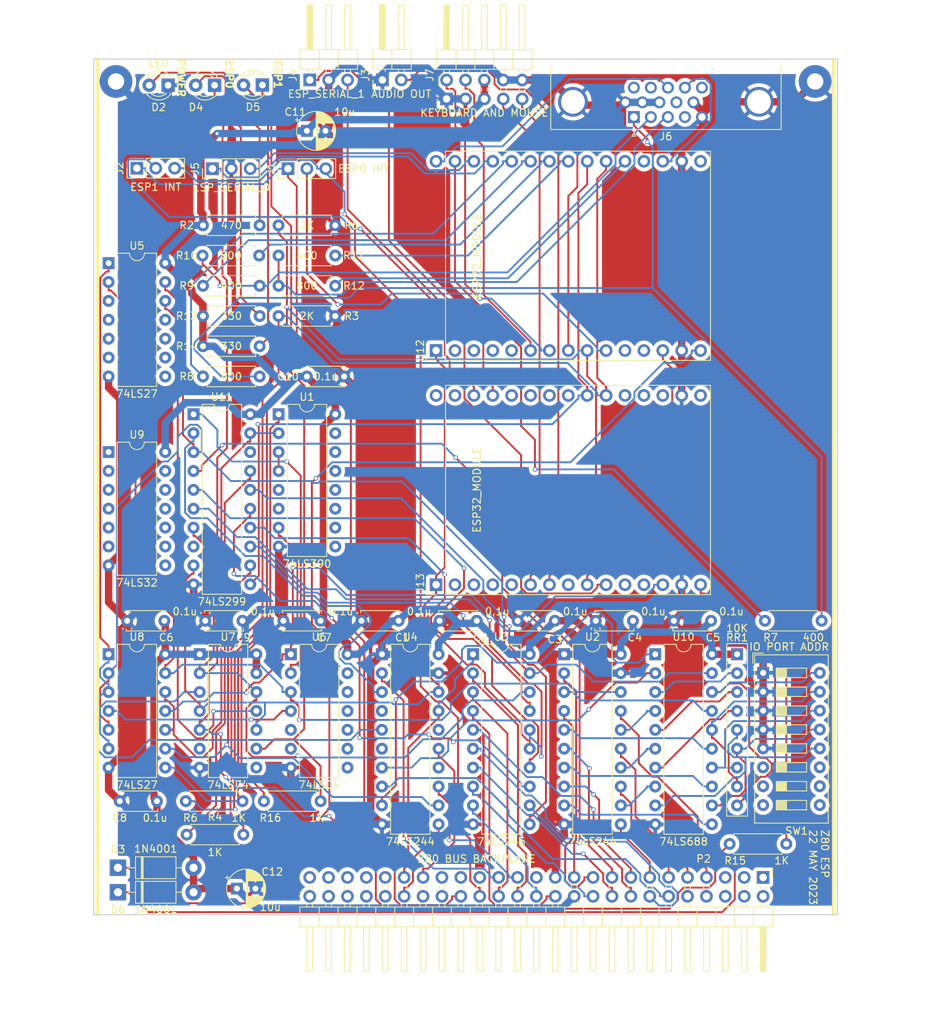
<source format=kicad_pcb>
(kicad_pcb (version 20211014) (generator pcbnew)
  (layers (0 "F.Cu" signal) (31 "B.Cu" signal) (34 "B.Paste" user) (35 "F.Paste" user) (36 "B.SilkS" user "B.Silkscreen") (37 "F.SilkS" user "F.Silkscreen") (38 "B.Mask" user) (39 "F.Mask" user) (44 "Edge.Cuts" user))
  (net 0 "")
  (net 1 "VCC")
  (net 2 "GND")
  (net 3 "/A7")
  (net 4 "/A6")
  (net 5 "/A5")
  (net 6 "/D4")
  (net 7 "/A4")
  (net 8 "/D3")
  (net 9 "/A3")
  (net 10 "/D5")
  (net 11 "/A2")
  (net 12 "/D6")
  (net 13 "/A1")
  (net 14 "/A0")
  (net 15 "/D2")
  (net 16 "/D7")
  (net 17 "/D0")
  (net 18 "/D1")
  (net 19 "/SPARE9")
  (net 20 "/SPARE0")
  (net 21 "/SPARE8")
  (net 22 "/SPARE1")
  (net 23 "/SPARE7")
  (net 24 "/SPARE2")
  (net 25 "/SPARE6")
  (net 26 "/SPARE3")
  (net 27 "/SPARE5")
  (net 28 "/SPARE4")
  (net 29 "/M1#")
  (net 30 "/RESET#")
  (net 31 "/WR#")
  (net 32 "/RD#")
  (net 33 "/IORQ#")
  (net 34 "/bM1#")
  (net 35 "/bA7")
  (net 36 "/bA6")
  (net 37 "/bA5")
  (net 38 "/bA4")
  (net 39 "/bA3")
  (net 40 "/bA2")
  (net 41 "/bA1")
  (net 42 "Net-(RR1-Pad2)")
  (net 43 "Net-(RR1-Pad3)")
  (net 44 "Net-(RR1-Pad4)")
  (net 45 "Net-(RR1-Pad5)")
  (net 46 "Net-(RR1-Pad6)")
  (net 47 "Net-(RR1-Pad7)")
  (net 48 "Net-(RR1-Pad8)")
  (net 49 "Net-(RR1-Pad9)")
  (net 50 "/bD5")
  (net 51 "/bD4")
  (net 52 "/bD3")
  (net 53 "/bD2")
  (net 54 "/bD1")
  (net 55 "/bD7")
  (net 56 "/bD6")
  (net 57 "Net-(D2-Pad2)")
  (net 58 "Net-(D3-Pad1)")
  (net 59 "Net-(D5-Pad1)")
  (net 60 "Net-(D4-Pad2)")
  (net 61 "Net-(D4-Pad1)")
  (net 62 "Net-(D6-Pad1)")
  (net 63 "/WAIT#")
  (net 64 "ESP_INT_0")
  (net 65 "ESP_INT_1")
  (net 66 "AUDIO")
  (net 67 "RX1")
  (net 68 "TX1")
  (net 69 "RX")
  (net 70 "TX")
  (net 71 "Net-(D5-Pad2)")
  (net 72 "Net-(J6-Pad1)")
  (net 73 "/MREQ#")
  (net 74 "/HALT#")
  (net 75 "/BUSACK#")
  (net 76 "NMI#")
  (net 77 "INT#")
  (net 78 "/BUSRQ#")
  (net 79 "/RFSH#")
  (net 80 "CLK")
  (net 81 "/A15")
  (net 82 "/A14")
  (net 83 "/A13")
  (net 84 "/A8")
  (net 85 "/A12")
  (net 86 "/A9")
  (net 87 "/A11")
  (net 88 "/A10")
  (net 89 "KBDCLK")
  (net 90 "KBDDAT")
  (net 91 "MSEDAT")
  (net 92 "MSECLK")
  (net 99 "bA0")
  (net 100 "CS_ESP")
  (net 101 "bD0")
  (net 102 "bRESET#")
  (net 105 "bWR#")
  (net 108 "bRD#")
  (net 109 "bCLK")
  (net 110 "Net-(J6-Pad2)")
  (net 111 "Net-(J6-Pad3)")
  (net 116 "VGA_HSYNC")
  (net 117 "VGA_VSYNC")
  (net 119 "MOSI")
  (net 120 "Net-(R4-Pad1)")
  (net 121 "SPI_CLK")
  (net 122 "Net-(R6-Pad1)")
  (net 123 "VGA_R1")
  (net 124 "VGA_R0")
  (net 125 "VGA_G1")
  (net 126 "VGA_G0")
  (net 127 "VGA_B1")
  (net 128 "VGA_B0")
  (net 129 "SPI_CS_0")
  (net 130 "SPI_CS_1")
  (net 131 "Net-(U1-Pad2)")
  (net 132 "Net-(U1-Pad3)")
  (net 135 "Net-(U1-Pad7)")
  (net 143 "/bIORQ#")
  (net 152 "Net-(U5-Pad12)")
  (net 153 "Net-(U11-Pad1)")
  (net 154 "Net-(U6-Pad4)")
  (net 163 "Net-(U7-Pad3)")
  (net 167 "MISO")
  (footprint "Button_Switch_THT:SW_DIP_SPSTx08_Slide_9.78x22.5mm_W7.62mm_P2.54mm" (layer "F.Cu") (at 135 113.5)
    (fp_text reference "SW1")
    (fp_text value "IO PORT ADDR")
  )
  (footprint "Capacitor_THT:C_Disc_D5.0mm_W2.5mm_P5.00mm" (layer "F.Cu") (at 86 106.5 180)
    (fp_text reference "C1")
    (fp_text value "0.1u")
  )
  (footprint "Capacitor_THT:C_Disc_D5.0mm_W2.5mm_P5.00mm" (layer "F.Cu") (at 96.5 106.5 180)
    (fp_text reference "C2")
    (fp_text value "0.1u")
  )
  (footprint "Capacitor_THT:C_Disc_D5.0mm_W2.5mm_P5.00mm" (layer "F.Cu") (at 117.5 106.5 180)
    (fp_text reference "C4")
    (fp_text value "0.1u")
  )
  (footprint "Package_DIP:DIP-20_W7.62mm" (layer "F.Cu") (at 108.25 111)
    (fp_text reference "U2")
    (fp_text value "74LS244")
  )
  (footprint "Package_DIP:DIP-20_W7.62mm" (layer "F.Cu") (at 120.5 111)
    (fp_text reference "U10")
    (fp_text value "74LS688")
  )
  (footprint "Resistor_THT:R_Array_SIP9" (layer "F.Cu") (at 131.5 111 -90)
    (fp_text reference "RR1")
    (fp_text value "10K")
  )
  (footprint "Package_DIP:DIP-14_W7.62mm" (layer "F.Cu") (at 71.5 111)
    (fp_text reference "U6")
    (fp_text value "74LS04")
  )
  (footprint "Capacitor_THT:C_Disc_D5.0mm_W2.5mm_P5.00mm" (layer "F.Cu") (at 75.5 106.5 180)
    (fp_text reference "C7")
    (fp_text value "0.1u")
  )
  (footprint "Package_DIP:DIP-20_W7.62mm" (layer "F.Cu") (at 96 111)
    (fp_text reference "U3")
    (fp_text value "74LS245")
  )
  (footprint "Capacitor_THT:C_Disc_D5.0mm_W2.5mm_P5.00mm" (layer "F.Cu") (at 107 106.5 180)
    (fp_text reference "C3")
    (fp_text value "0.1u")
  )
  (footprint "Capacitor_THT:C_Disc_D5.0mm_W2.5mm_P5.00mm" (layer "F.Cu") (at 128 106.5 180)
    (fp_text reference "C5")
    (fp_text value "0.1u")
  )
  (footprint "Package_DIP:DIP-20_W7.62mm" (layer "F.Cu") (at 83.75 111)
    (fp_text reference "U4")
    (fp_text value "74LS244")
  )
  (footprint "Capacitor_THT:C_Disc_D5.0mm_W2.5mm_P5.00mm" (layer "F.Cu") (at 54.5 106.5 180)
    (fp_text reference "C6")
    (fp_text value "0.1u")
  )
  (footprint "Capacitor_THT:CP_Radial_D5.0mm_P2.50mm" (layer "F.Cu") (at 73.66 40.64)
    (fp_text reference "C11")
    (fp_text value "10u")
  )
  (footprint "Capacitor_THT:C_Disc_D5.0mm_W2.5mm_P5.00mm" (layer "F.Cu") (at 53.5 130.75 180)
    (fp_text reference "C8")
    (fp_text value "0.1u")
  )
  (footprint "Capacitor_THT:CP_Radial_D5.0mm_P2.50mm" (layer "F.Cu") (at 64.25 142.5)
    (fp_text reference "C12")
    (fp_text value "10u")
  )
  (footprint "Resistor_THT:R_Axial_DIN0207_L6.3mm_D2.5mm_P7.62mm_Horizontal" (layer "F.Cu") (at 67.31 53.34 180)
    (fp_text reference "R2")
    (fp_text value "470")
  )
  (footprint "MountingHole:MountingHole_2.2mm_M2_Pad" (layer "F.Cu") (at 48 34)
    (fp_text reference "H1")
    (fp_text value "BRACKET" hide)
  )
  (footprint "MountingHole:MountingHole_2.2mm_M2_Pad" (layer "F.Cu") (at 142 34)
    (fp_text reference "H2")
    (fp_text value "BRACKET")
  )
  (footprint "Connector_PinHeader_2.54mm:PinHeader_2x25_P2.54mm_Horizontal" (layer "F.Cu") (at 135 141 -90)
    (fp_text reference "P2")
    (fp_text value "Z80 BUS BACKPLANE")
  )
  (footprint "LED_THT:LED_D3.0mm" (layer "F.Cu") (at 55 34.51 180)
    (fp_text reference "D2")
    (fp_text value "LED")
  )
  (footprint "Resistor_THT:R_Axial_DIN0207_L6.3mm_D2.5mm_P7.62mm_Horizontal" (layer "F.Cu") (at 67.2512 57.404 180)
    (fp_text reference "R10")
    (fp_text value "800")
  )
  (footprint "Package_DIP:DIP-14_W7.62mm" (layer "F.Cu") (at 47 111)
    (fp_text reference "U8")
    (fp_text value "74LS27")
  )
  (footprint "LED_THT:LED_D3.0mm" (layer "F.Cu") (at 61.25 34.51 180)
    (fp_text reference "D4")
    (fp_text value "CS0")
  )
  (footprint "CUSTOM:ESP32_MODULE" (layer "F.Cu") (at 85.2025 58.11 90)
    (fp_text reference "U12")
    (fp_text value "ESP32_MODULE")
  )
  (footprint "CUSTOM:ESP32_MODULE" (layer "F.Cu") (at 85.2025 89.59 90)
    (fp_text reference "U13")
    (fp_text value "ESP32_MODULE")
  )
  (footprint "Resistor_THT:R_Axial_DIN0207_L6.3mm_D2.5mm_P7.62mm_Horizontal" (layer "F.Cu") (at 75.5 130.75 180)
    (fp_text reference "R16")
    (fp_text value "1K")
  )
  (footprint "Resistor_THT:R_Axial_DIN0207_L6.3mm_D2.5mm_P7.62mm_Horizontal" (layer "F.Cu") (at 65 130.75 180)
    (fp_text reference "R6")
    (fp_text value "1K")
  )
  (footprint "Resistor_THT:R_Axial_DIN0207_L6.3mm_D2.5mm_P7.62mm_Horizontal" (layer "F.Cu") (at 77.47 53.34 180)
    (fp_text reference "R5")
    (fp_text value "2K")
  )
  (footprint "Package_DIP:DIP-14_W7.62mm" (layer "F.Cu") (at 59.25 111)
    (fp_text reference "U7")
    (fp_text value "74LS74")
  )
  (footprint "Capacitor_THT:C_Disc_D5.0mm_W2.5mm_P5.00mm" (layer "F.Cu") (at 73.66 73.66)
    (fp_text reference "C10")
    (fp_text value "0.1u")
  )
  (footprint "Resistor_THT:R_Axial_DIN0207_L6.3mm_D2.5mm_P7.62mm_Horizontal" (layer "F.Cu") (at 135.25 106.5)
    (fp_text reference "R7")
    (fp_text value "400")
  )
  (footprint "Resistor_THT:R_Axial_DIN0207_L6.3mm_D2.5mm_P7.62mm_Horizontal" (layer "F.Cu") (at 130.5 136.5)
    (fp_text reference "R15")
    (fp_text value "1K")
  )
  (footprint "Capacitor_THT:C_Disc_D5.0mm_W2.5mm_P5.00mm" (layer "F.Cu") (at 65 106.5 180)
    (fp_text reference "C9")
    (fp_text value "0.1u")
  )
  (footprint "Connector_PinHeader_2.54mm:PinHeader_1x03_P2.54mm_Vertical" (layer "F.Cu") (at 50.8 45.66 90)
    (fp_text reference "J2")
    (fp_text value "ESP1 INT")
  )
  (footprint "Resistor_THT:R_Axial_DIN0207_L6.3mm_D2.5mm_P7.62mm_Horizontal" (layer "F.Cu") (at 77.47 65.532 180)
    (fp_text reference "R3")
    (fp_text value "2K")
  )
  (footprint "Resistor_THT:R_Axial_DIN0207_L6.3mm_D2.5mm_P7.62mm_Horizontal" (layer "F.Cu") (at 57.5 135.25)
    (fp_text reference "R4")
    (fp_text value "1K")
  )
  (footprint "Package_DIP:DIP-14_W7.62mm" (layer "F.Cu") (at 47 58.42)
    (fp_text reference "U5")
    (fp_text value "74LS27")
  )
  (footprint "Resistor_THT:R_Axial_DIN0207_L6.3mm_D2.5mm_P7.62mm_Horizontal" (layer "F.Cu") (at 77.47 57.404 180)
    (fp_text reference "R11")
    (fp_text value "400")
  )
  (footprint "Resistor_THT:R_Axial_DIN0207_L6.3mm_D2.5mm_P7.62mm_Horizontal" (layer "F.Cu") (at 77.47 61.468 180)
    (fp_text reference "R12")
    (fp_text value "800")
  )
  (footprint "Resistor_THT:R_Axial_DIN0207_L6.3mm_D2.5mm_P7.62mm_Horizontal" (layer "F.Cu") (at 67.31 65.532 180)
    (fp_text reference "R13")
    (fp_text value "330")
  )
  (footprint "Resistor_THT:R_Axial_DIN0207_L6.3mm_D2.5mm_P7.62mm_Horizontal" (layer "F.Cu") (at 67.31 69.596 180)
    (fp_text reference "R14")
    (fp_text value "330")
  )
  (footprint "Resistor_THT:R_Axial_DIN0207_L6.3mm_D2.5mm_P7.62mm_Horizontal" (layer "F.Cu") (at 59.69 73.66)
    (fp_text reference "R8")
    (fp_text value "800")
  )
  (footprint "Resistor_THT:R_Axial_DIN0207_L6.3mm_D2.5mm_P7.62mm_Horizontal" (layer "F.Cu") (at 59.69 61.468)
    (fp_text reference "R9")
    (fp_text value "400")
  )
  (footprint "Connector_PinHeader_2.54mm:PinHeader_2x05_P2.54mm_Horizontal" (layer "F.Cu") (at 92.445 36.3471 90)
    (fp_text reference "J7")
    (fp_text value "KEYBOARD AND MOUSE")
  )
  (footprint "Package_DIP:DIP-20_W7.62mm" (layer "F.Cu") (at 58.42 78.74)
    (fp_text reference "U11")
    (fp_text value "74LS299")
  )
  (footprint "Connector_PinHeader_2.54mm:PinHeader_1x02_P2.54mm_Horizontal" (layer "F.Cu") (at 83.815 33.7971 90)
    (fp_text reference "J3")
    (fp_text value "AUDIO OUT")
  )
  (footprint "Connector_PinHeader_2.54mm:PinHeader_1x03_P2.54mm_Vertical" (layer "F.Cu") (at 71.12 45.72 90)
    (fp_text reference "J1")
    (fp_text value "ESP0 INT")
  )
  (footprint "Connector_Dsub:DSUB-15-HD_Female_Horizontal_P2.29x1.98mm_EdgePinOffset3.03mm_Housed_MountingHolesOffset4.94mm" (layer "F.Cu") (at 117.62 38.7874 180)
    (fp_text reference "J6")
    (fp_text value "VGA")
  )
  (footprint "Diode_THT:D_DO-41_SOD81_P10.16mm_Horizontal" (layer "F.Cu") (at 48.26 143)
    (fp_text reference "D6")
    (fp_text value "1N4001")
  )
  (footprint "Package_DIP:DIP-16_W7.62mm" (layer "F.Cu") (at 69.86 78.74)
    (fp_text reference "U1")
    (fp_text value "74LS390")
  )
  (footprint "Connector_PinHeader_2.54mm:PinHeader_1x03_P2.54mm_Vertical" (layer "F.Cu") (at 60.96 45.72 90)
    (fp_text reference "J5")
    (fp_text value "ESP_SERIAL_0")
  )
  (footprint "LED_THT:LED_D3.0mm" (layer "F.Cu") (at 67.68 34.48 180)
    (fp_text reference "D5")
    (fp_text value "CS1")
  )
  (footprint "Connector_PinHeader_2.54mm:PinHeader_1x03_P2.54mm_Horizontal" (layer "F.Cu") (at 74.055 33.7971 90)
    (fp_text reference "J4")
    (fp_text value "ESP_SERIAL_1")
  )
  (footprint "Package_DIP:DIP-14_W7.62mm" (layer "F.Cu") (at 47 83.815)
    (fp_text reference "U9")
    (fp_text value "74LS32")
  )
  (footprint "Diode_THT:D_DO-41_SOD81_P10.16mm_Horizontal" (layer "F.Cu") (at 48.26 139.7)
    (fp_text reference "D3")
    (fp_text value "1N4001")
  )
  (gr_line (start 45.5 31) (end 45.5 146) (layer "F.SilkS") (width 0.5))
  (gr_line (start 144.5 31) (end 144.5 146) (layer "F.SilkS") (width 0.5))
  (gr_line (start 145 31) (end 45 31) (layer "Edge.Cuts") (width 0.15))
  (gr_line (start 145 146) (end 145 31) (layer "Edge.Cuts") (width 0.15))
  (gr_line (start 45 31) (end 45 146) (layer "Edge.Cuts") (width 0.15))
  (gr_line (start 45 146) (end 145 146) (layer "Edge.Cuts") (width 0.15))
  (gr_text "ESP0" (at 63.25 33.02 -90) (layer "F.SilkS") (effects (font (size 1 1) (thickness 0.25))))
  (gr_text "ESP1" (at 69.75 33.02 -90) (layer "F.SilkS") (effects (font (size 1 1) (thickness 0.25))))
  (gr_text "Z80 ESP\n22 MAY 2023" (at 142.5 134.5 -90) (layer "F.SilkS") (effects (font (size 1 1)) (justify left)))
  (gr_text "POWER" (at 56.75 33.51 270) (layer "F.SilkS") (effects (font (size 1 1) (thickness 0.25))))
  (segment (start 54.5 106.5) (end 54.62 106.62) (width 1) (layer "F.Cu") (net 1))
  (segment (start 75.7161 106.2839) (end 78.9321 109.4999) (width 1) (layer "F.Cu") (net 1))
  (segment (start 53.1094 130.3594) (end 53.1094 112.5106) (width 1) (layer "F.Cu") (net 1))
  (segment (start 53.1094 112.5106) (end 54.62 111) (width 1) (layer "F.Cu") (net 1))
  (segment (start 75.8822 106.1178) (end 75.8822 80.3378) (width 1) (layer "F.Cu") (net 1))
  (segment (start 58.1899 62.5318) (end 58.1899 61.9899) (width 1) (layer "F.Cu") (net 1))
  (segment (start 97.525 36.3471) (end 97.525 33.8071) (width 1) (layer "F.Cu") (net 1))
  (segment (start 115.87 111) (end 114.3699 111) (width 1) (layer "F.Cu") (net 1))
  (segment (start 73.66 73.66) (end 77.2399 77.2399) (width 1) (layer "F.Cu") (net 1))
  (segment (start 66.87 111) (end 66.87 113.54) (width 1) (layer "F.Cu") (net 1))
  (segment (start 58.42 139.7) (end 58.42 137.8999) (width 1) (layer "F.Cu") (net 1))
  (segment (start 77.2399 77.2399) (end 77.48 77.2399) (width 1) (layer "F.Cu") (net 1))
  (segment (start 59.69 69.596) (end 59.69 65.532) (width 1) (layer "F.Cu") (net 1))
  (segment (start 78.9321 109.4999) (end 79.12 109.4999) (width 1) (layer "F.Cu") (net 1))
  (segment (start 53.5 130.75) (end 53.1094 130.3594) (width 1) (layer "F.Cu") (net 1))
  (segment (start 59.69 53.34) (end 59.69 51.8399) (width 1) (layer "F.Cu") (net 1))
  (segment (start 58.42 142.5) (end 62.7499 142.5) (width 1) (layer "F.Cu") (net 1))
  (segment (start 59.69 64.0319) (end 58.1899 62.5318) (width 1) (layer "F.Cu") (net 1))
  (segment (start 59.69 65.532) (end 59.69 64.0319) (width 1) (layer "F.Cu") (net 1))
  (segment (start 59.69 51.8399) (end 59.4071 51.557) (width 1) (layer "F.Cu") (net 1))
  (segment (start 58.42 142.5) (end 58.42 143) (width 1) (layer "F.Cu") (net 1))
  (segment (start 75.7161 106.2839) (end 75.8822 106.1178) (width 1) (layer "F.Cu") (net 1))
  (segment (start 75.5 106.5) (end 75.7161 106.2839) (width 1) (layer "F.Cu") (net 1))
  (segment (start 53.5 133.4299) (end 53.5 130.75) (width 1) (layer "F.Cu") (net 1))
  (segment (start 58.1899 61.9899) (end 54.62 58.42) (width 1) (layer "F.Cu") (net 1))
  (segment (start 59.4071 43.1869) (end 61.5905 41.0035) (width 1) (layer "F.Cu") (net 1))
  (segment (start 79.12 111) (end 79.12 109.4999) (width 1) (layer "F.Cu") (net 1))
  (segment (start 131.5 111) (end 129.9999 111) (width 1) (layer "F.Cu") (net 1))
  (segment (start 54.62 106.62) (end 54.62 111) (width 1) (layer "F.Cu") (net 1))
  (segment (start 109.8699 106.5) (end 114.3699 111) (width 1) (layer "F.Cu") (net 1))
  (segment (start 58.42 139.7) (end 58.42 142.5) (width 1) (layer "F.Cu") (net 1))
  (segment (start 75.8822 80.3378) (end 77.48 78.74) (width 1) (layer "F.Cu") (net 1))
  (segment (start 107 106.5) (end 109.8699 106.5) (width 1) (layer "F.Cu") (net 1))
  (segment (start 59.4071 51.557) (end 59.4071 43.1869) (width 1) (layer "F.Cu") (net 1))
  (segment (start 77.48 78.74) (end 77.48 77.2399) (width 1) (layer "F.Cu") (net 1))
  (segment (start 64.25 142.5) (end 62.7499 142.5) (width 1) (layer "F.Cu") (net 1))
  (segment (start 57.97 137.8999) (end 53.5 133.4299) (width 1) (layer "F.Cu") (net 1))
  (segment (start 58.42 137.8999) (end 57.97 137.8999) (width 1) (layer "F.Cu") (net 1))
  (segment (start 128.12 111) (end 129.9999 111) (width 1) (layer "F.Cu") (net 1))
  (via (at 61.5905 41.0035) (size 0.6) (drill 0.4) (layers "F.Cu" "B.Cu") (net 1))
  (segment (start 94.7322 39.1399) (end 75.1601 39.1399) (width 1) (layer "B.Cu") (net 1))
  (segment (start 73.9907 104.9907) (end 75.5 106.5) (width 1) (layer "B.Cu") (net 1))
  (segment (start 73.66 73.66) (end 72.3093 73.66) (width 1) (layer "B.Cu") (net 1))
  (segment (start 115.87 109.4999) (end 117.3678 108.0021) (width 1) (layer "B.Cu") (net 1))
  (segment (start 75.1601 39.1399) (end 73.66 40.64) (width 1) (layer "B.Cu") (net 1))
  (segment (start 62.6902 71.0961) (end 66.8792 71.0961) (width 1) (layer "B.Cu") (net 1))
  (segment (start 91.37 111) (end 91.37 109.4999) (width 1) (layer "B.Cu") (net 1))
  (segment (start 54.62 79.8855) (end 57.3198 77.1857) (width 1) (layer "B.Cu") (net 1))
  (segment (start 126.4979 108.0021) (end 126.5601 107.9399) (width 1) (layer "B.Cu") (net 1))
  (segment (start 117.5 108.0021) (end 126.4979 108.0021) (width 1) (layer "B.Cu") (net 1))
  (segment (start 108.0181 145.1219) (end 66.8719 145.1219) (width 1) (layer "B.Cu") (net 1))
  (segment (start 65.3699 106.8699) (end 67.2491 104.9907) (width 1) (layer "B.Cu") (net 1))
  (segment (start 66.04 78.74) (end 64.5399 78.74) (width 1) (layer "B.Cu") (net 1))
  (segment (start 67.5401 78.4292) (end 67.5401 78.74) (width 1) (layer "B.Cu") (net 1))
  (segment (start 70.8762 75.0931) (end 67.5401 78.4292) (width 1) (layer "B.Cu") (net 1))
  (segment (start 104.0001 109.4999) (end 103.62 109.4999) (width 1) (layer "B.Cu") (net 1))
  (segment (start 97.525 36.3471) (end 94.7322 39.1399) (width 1) (layer "B.Cu") (net 1))
  (segment (start 109.6 143.54) (end 108.0181 145.1219) (width 1) (layer "B.Cu") (net 1))
  (segment (start 54.62 58.42) (end 54.62 56.9199) (width 1) (layer "B.Cu") (net 1))
  (segment (start 62.9856 77.1857) (end 64.5399 78.74) (width 1) (layer "B.Cu") (net 1))
  (segment (start 59.25 111) (end 54.62 111) (width 1) (layer "B.Cu") (net 1))
  (segment (start 85.1201 106.5) (end 86 106.5) (width 1) (layer "B.Cu") (net 1))
  (segment (start 54.62 56.9199) (end 58.1899 53.35) (width 1) (layer "B.Cu") (net 1))
  (segment (start 80.6201 111) (end 85.1201 106.5) (width 1) (layer "B.Cu") (net 1))
  (segment (start 54.62 83.815) (end 54.62 79.8855) (width 1) (layer "B.Cu") (net 1))
  (segment (start 79.12 111) (end 80.6201 111) (width 1) (layer "B.Cu") (net 1))
  (segment (start 59.69 69.596) (end 61.1901 69.596) (width 1) (layer "B.Cu") (net 1))
  (segment (start 115.87 111) (end 115.87 109.4999) (width 1) (layer "B.Cu") (net 1))
  (segment (start 126.5601 107.9399) (end 128 106.5) (width 1) (layer "B.Cu") (net 1))
  (segment (start 72.1599 40.64) (end 71.7964 41.0035) (width 1) (layer "B.Cu") (net 1))
  (segment (start 92.1395 104.9651) (end 94.0222 106.8477) (width 1) (layer "B.Cu") (net 1))
  (segment (start 66.87 111) (end 65.3699 111) (width 1) (layer "B.Cu") (net 1))
  (segment (start 86 106.5) (end 87.5349 104.9651) (width 1) (layer "B.Cu") (net 1))
  (segment (start 101 111) (end 102.1199 111) (width 1) (layer "B.Cu") (net 1))
  (segment (start 103.62 111) (end 103.62 109.4999) (width 1) (layer "B.Cu") (net 1))
  (segment (start 65.3699 111) (end 65.3699 106.8699) (width 1) (layer "B.Cu") (net 1))
  (segment (start 72.3093 73.66) (end 70.8762 75.0931) (width 1) (layer "B.Cu") (net 1))
  (segment (start 117.5 108.0021) (end 117.5 106.5) (width 1) (layer "B.Cu") (net 1))
  (segment (start 58.1899 53.35) (end 58.1899 53.34) (width 1) (layer "B.Cu") (net 1))
  (segment (start 66.8719 145.1219) (end 64.25 142.5) (width 1) (layer "B.Cu") (net 1))
  (segment (start 96.1523 106.8477) (end 94.0222 106.8477) (width 1) (layer "B.Cu") (net 1))
  (segment (start 73.66 40.64) (end 72.1599 40.64) (width 1) (layer "B.Cu") (net 1))
  (segment (start 59.25 111) (end 60.7501 111) (width 1) (layer "B.Cu") (net 1))
  (segment (start 128.12 111) (end 128.12 109.4999) (width 1) (layer "B.Cu") (net 1))
  (segment (start 66.04 78.74) (end 67.5401 78.74) (width 1) (layer "B.Cu") (net 1))
  (segment (start 65.3699 106.8699) (end 65 106.5) (width 1) (layer "B.Cu") (net 1))
  (segment (start 59.69 53.34) (end 58.1899 53.34) (width 1) (layer "B.Cu") (net 1))
  (segment (start 66.8792 71.0961) (end 70.8762 75.0931) (width 1) (layer "B.Cu") (net 1))
  (segment (start 96.5 106.5) (end 96.1523 106.8477) (width 1) (layer "B.Cu") (net 1))
  (segment (start 57.3198 77.1857) (end 62.9856 77.1857) (width 1) (layer "B.Cu") (net 1))
  (segment (start 94.0222 106.8477) (end 91.37 109.4999) (width 1) (layer "B.Cu") (net 1))
  (segment (start 117.3678 108.0021) (end 117.5 108.0021) (width 1) (layer "B.Cu") (net 1))
  (segment (start 96.5 106.5) (end 101 111) (width 1) (layer "B.Cu") (net 1))
  (segment (start 67.2491 104.9907) (end 73.9907 104.9907) (width 1) (layer "B.Cu") (net 1))
  (segment (start 87.5349 104.9651) (end 92.1395 104.9651) (width 1) (layer "B.Cu") (net 1))
  (segment (start 71.7964 41.0035) (end 61.5905 41.0035) (width 1) (layer "B.Cu") (net 1))
  (segment (start 103.62 111) (end 102.1199 111) (width 1) (layer "B.Cu") (net 1))
  (segment (start 61.1901 69.596) (end 62.6902 71.0961) (width 1) (layer "B.Cu") (net 1))
  (segment (start 107 106.5) (end 104.0001 109.4999) (width 1) (layer "B.Cu") (net 1))
  (segment (start 126.5601 107.9399) (end 128.12 109.4999) (width 1) (layer "B.Cu") (net 1))
  (segment (start 65.3699 111) (end 60.7501 111) (width 1) (layer "B.Cu") (net 1))
  (segment (start 77.47 65.532) (end 77.6815 65.532) (width 1) (layer "F.Cu") (net 2))
  (segment (start 109.435 36.7374) (end 109.8813 37.1837) (width 1) (layer "F.Cu") (net 2))
  (segment (start 76.595 40.205) (end 76.16 40.64) (width 1) (layer "F.Cu") (net 2))
  (segment (start 77.6345 46.7301) (end 77.6345 53.34) (width 1) (layer "F.Cu") (net 2))
  (segment (start 135 116.04) (end 135 113.5) (width 1) (layer "F.Cu") (net 2))
  (segment (start 107.06 136.5501) (end 108.25 135.3601) (width 1) (layer "F.Cu") (net 2))
  (segment (start 77.7591 42.2391) (end 77.7591 46.6055) (width 1) (layer "F.Cu") (net 2))
  (segment (start 102 106.4181) (end 100.3829 104.801) (width 1) (layer "F.Cu") (net 2))
  (segment (start 126.78 40.4524) (end 126.78 38.7874) (width 1) (layer "F.Cu") (net 2))
  (segment (start 109.8813 37.1837) (end 116.0987 37.1837) (width 1) (layer "F.Cu") (net 2))
  (segment (start 108.25 133.86) (end 108.25 135.3601) (width 1) (layer "F.Cu") (net 2))
  (segment (start 106.7499 111) (end 106.7499 132.3599) (width 1) (layer "F.Cu") (net 2))
  (segment (start 49.5 123.74) (end 49.5 106.5) (width 1) (layer "F.Cu") (net 2))
  (segment (start 102.2499 106.5) (end 106.7499 111) (width 1) (layer "F.Cu") (net 2))
  (segment (start 139.2626 36.7374) (end 142 34) (width 1) (layer "F.Cu") (net 2))
  (segment (start 81 106.5) (end 83.75 109.25) (width 1) (layer "F.Cu") (net 2))
  (segment (start 48.5002 97.5548) (end 48.5002 76.6603) (width 1) (layer "F.Cu") (net 2))
  (segment (start 132.59 109.4999) (end 135 111.9099) (width 1) (layer "F.Cu") (net 2))
  (segment (start 47 126.24) (end 49.5 123.74) (width 1) (layer "F.Cu") (net 2))
  (segment (start 116.0987 37.1837) (end 116.0987 40.1982) (width 1) (layer "F.Cu") (net 2))
  (segment (start 124.0525 44.73) (end 124.0525 43.1799) (width 1) (layer "F.Cu") (net 2))
  (segment (start 106.5047 33.8071) (end 109.435 36.7374) (width 1) (layer "F.Cu") (net 2))
  (segment (start 94.2592 104.801) (end 92.5602 106.5) (width 1) (layer "F.Cu") (net 2))
  (segment (start 127.995 36.7374) (end 134.435 36.7374) (width 1) (layer "F.Cu") (net 2))
  (segment (start 135 121.12) (end 135 118.58) (width 1) (layer "F.Cu") (net 2))
  (segment (start 66.75 142.5) (end 71.5 137.75) (width 1) (layer "F.Cu") (net 2))
  (segment (start 123 106.5) (end 124.0525 105.4475) (width 1) (layer "F.Cu") (net 2))
  (segment (start 47 99.055) (end 48.5002 97.5548) (width 1) (layer "F.Cu") (net 2))
  (segment (start 124.0525 44.73) (end 124.0525 70.17) (width 1) (layer "F.Cu") (net 2))
  (segment (start 122.3801 106.5) (end 123 106.5) (width 1) (layer "F.Cu") (net 2))
  (segment (start 116.475 36.8074) (end 116.0987 37.1837) (width 1) (layer "F.Cu") (net 2))
  (segment (start 135 111.9099) (end 135 113.5) (width 1) (layer "F.Cu") (net 2))
  (segment (start 47 73.66) (end 47 75.1601) (width 1) (layer "F.Cu") (net 2))
  (segment (start 76.16 40.64) (end 77.7591 42.2391) (width 1) (layer "F.Cu") (net 2))
  (segment (start 77.7591 46.6055) (end 77.6345 46.7301) (width 1) (layer "F.Cu") (net 2))
  (segment (start 60 106.5) (end 60 104.6801) (width 1) (layer "F.Cu") (net 2))
  (segment (start 82.2443 112.5057) (end 83.75 111) (width 1) (layer "F.Cu") (net 2))
  (segment (start 76.595 33.7971) (end 76.595 40.205) (width 1) (layer "F.Cu") (net 2))
  (segment (start 81 106.5) (end 81 76) (width 1) (layer "F.Cu") (net 2))
  (segment (start 71.5 137.75) (end 71.5 126.24) (width 1) (layer "F.Cu") (net 2))
  (segment (start 77.6815 72.6815) (end 77.6815 65.532) (width 1) (layer "F.Cu") (net 2))
  (segment (start 83.75 109.25) (end 83.75 111) (width 1) (layer "F.Cu") (net 2))
  (segment (start 69.86 96.52) (end 69.86 98.0201) (width 1) (layer "F.Cu") (net 2))
  (segment (start 77.6345 53.34) (end 77.47 53.34) (width 1) (layer "F.Cu") (net 2))
  (segment (start 107.06 141) (end 107.06 136.5501) (width 1) (layer "F.Cu") (net 2))
  (segment (start 124.0525 43.1799) (end 126.78 40.4524) (width 1) (layer "F.Cu") (net 2))
  (segment (start 134.435 36.7374) (end 139.2626 36.7374) (width 1) (layer "F.Cu") (net 2))
  (segment (start 79.0118 54.7173) (end 77.6345 53.34) (width 1) (layer "F.Cu") (net 2))
  (segment (start 83.75 133.86) (end 82.2443 132.3543) (width 1) (layer "F.Cu") (net 2))
  (segment (start 102 106.5) (end 102.2499 106.5) (width 1) (layer "F.Cu") (net 2))
  (segment (start 78.66 73.66) (end 77.6815 72.6815) (width 1) (layer "F.Cu") (net 2))
  (segment (start 82.2443 132.3543) (end 82.2443 112.5057) (width 1) (layer "F.Cu") (net 2))
  (segment (start 47 99.055) (end 47 104) (width 1) (layer "F.Cu") (net 2))
  (segment (start 48.5002 76.6603) (end 47 75.1601) (width 1) (layer "F.Cu") (net 2))
  (segment (start 58.42 101.6) (end 58.42 103.1001) (width 1) (layer "F.Cu") (net 2))
  (segment (start 102.605 33.8071) (end 106.5047 33.8071) (width 1) (layer "F.Cu") (net 2))
  (segment (start 47 129.25) (end 47 126.24) (width 1) (layer "F.Cu") (net 2))
  (segment (start 100.3829 104.801) (end 94.2592 104.801) (width 1) (layer "F.Cu") (net 2))
  (segment (start 48.5 130.75) (end 47 129.25) (width 1) (layer "F.Cu") (net 2))
  (segment (start 124.0525 105.4475) (end 124.0525 101.65) (width 1) (layer "F.Cu") (net 2))
  (segment (start 106.7499 132.3599) (end 108.25 133.86) (width 1) (layer "F.Cu") (net 2))
  (segment (start 102 106.5) (end 102 106.4181) (width 1) (layer "F.Cu") (net 2))
  (segment (start 135 118.58) (end 135 116.04) (width 1) (layer "F.Cu") (net 2))
  (segment (start 47 104) (end 49.5 106.5) (width 1) (layer "F.Cu") (net 2))
  (segment (start 118.85 110.0301) (end 122.3801 106.5) (width 1) (layer "F.Cu") (net 2))
  (segment (start 70.5 106.5) (end 70.5 98.6601) (width 1) (layer "F.Cu") (net 2))
  (segment (start 70.5 98.6601) (end 69.86 98.0201) (width 1) (layer "F.Cu") (net 2))
  (segment (start 77.6815 65.532) (end 79.0118 64.2017) (width 1) (layer "F.Cu") (net 2))
  (segment (start 107.05 111) (end 106.7499 111) (width 1) (layer "F.Cu") (net 2))
  (segment (start 126.78 38.7874) (end 126.78 37.9524) (width 1) (layer "F.Cu") (net 2))
  (segment (start 92.5602 106.5) (end 91.5 106.5) (width 1) (layer "F.Cu") (net 2))
  (segment (start 126.78 37.9524) (end 125.635 36.8074) (width 1) (layer "F.Cu") (net 2))
  (segment (start 116.0987 40.1982) (end 119.0804 43.1799) (width 1) (layer "F.Cu") (net 2))
  (segment (start 81 76) (end 78.66 73.66) (width 1) (layer "F.Cu") (net 2))
  (segment (start 135 123.66) (end 135 121.12) (width 1) (layer "F.Cu") (net 2))
  (segment (start 108.25 111) (end 107.05 111) (width 1) (layer "F.Cu") (net 2))
  (segment (start 124.0525 70.17) (end 124.0525 76.21) (width 1) (layer "F.Cu") (net 2))
  (segment (start 124.0525 105.4475) (end 128.1049 109.4999) (width 1) (layer "F.Cu") (net 2))
  (segment (start 118.85 110.56) (end 118.85 110.0301) (width 1) (layer "F.Cu") (net 2))
  (segment (start 119.0804 43.1799) (end 124.0525 43.1799) (width 1) (layer "F.Cu") (net 2))
  (segment (start 128.1049 109.4999) (end 132.59 109.4999) (width 1) (layer "F.Cu") (net 2))
  (segment (start 126.78 37.9524) (end 127.995 36.7374) (width 1) (layer "F.Cu") (net 2))
  (segment (start 60 104.6801) (end 58.42 103.1001) (width 1) (layer "F.Cu") (net 2))
  (segment (start 115.87 113.54) (end 118.85 110.56) (width 1) (layer "F.Cu") (net 2))
  (segment (start 79.0118 64.2017) (end 79.0118 54.7173) (width 1) (layer "F.Cu") (net 2))
  (segment (start 93.5767 133.86) (end 92.0695 135.3672) (width 1) (layer "B.Cu") (net 2))
  (segment (start 75.292 133.86) (end 82.2499 133.86) (width 1) (layer "B.Cu") (net 2))
  (segment (start 87.308 110.692) (end 89.8699 113.254) (width 1) (layer "B.Cu") (net 2))
  (segment (start 90.0209 135.3672) (end 88.5137 133.86) (width 1) (layer "B.Cu") (net 2))
  (segment (start 50.1101 36.1101) (end 48 34) (width 1) (layer "B.Cu") (net 2))
  (segment (start 100.065 33.8071) (end 101.0549 33.8071) (width 1) (layer "B.Cu") (net 2))
  (segment (start 90.8614 34.7635) (end 92.445 36.3471) (width 1) (layer "B.Cu") (net 2))
  (segment (start 111.3615 135.3643) (end 109.8572 133.86) (width 1) (layer "B.Cu") (net 2))
  (segment (start 91.8106 32.2387) (end 98.4966 32.2387) (width 1) (layer "B.Cu") (net 2))
  (segment (start 55 36.1101) (end 50.1101 36.1101) (width 1) (layer "B.Cu") (net 2))
  (segment (start 83.04 33.7971) (end 82.2649 33.7971) (width 1) (layer "B.Cu") (net 2))
  (segment (start 63.5 45.72) (end 63.5 44.1699) (width 1) (layer "B.Cu") (net 2))
  (segment (start 54.4 101.6) (end 58.42 101.6) (width 1) (layer "B.Cu") (net 2))
  (segment (start 120.5 133.86) (end 118.9999 133.86) (width 1) (layer "B.Cu") (net 2))
  (segment (start 94.985 36.3471) (end 93.4349 36.3471) (width 1) (layer "B.Cu") (net 2))
  (segment (start 92.445 36.3471) (end 93.4349 36.3471) (width 1) (layer "B.Cu") (net 2))
  (segment (start 59.25 126.24) (end 60.7501 126.24) (width 1) (layer "B.Cu") (net 2))
  (segment (start 78.1451 32.247) (end 80.7148 32.247) (width 1) (layer "B.Cu") (net 2))
  (segment (start 61.4094 137.0614) (end 66.75 142.402) (width 1) (layer "B.Cu") (net 2))
  (segment (start 83.75 111) (end 85.2501 111) (width 1) (layer "B.Cu") (net 2))
  (segment (start 98.4966 32.2387) (end 100.065 33.8071) (width 1) (layer "B.Cu") (net 2))
  (segment (start 55 34.51) (end 55 36.1101) (width 1) (layer "B.Cu") (net 2))
  (segment (start 62.8727 126.24) (end 60.7501 126.24) (width 1) (layer "B.Cu") (net 2))
  (segment (start 88.5137 133.86) (end 85.2501 133.86) (width 1) (layer "B.Cu") (net 2))
  (segment (start 63.5 44.164) (end 63.0539 44.164) (width 1) (layer "B.Cu") (net 2))
  (segment (start 87.3079 110.692) (end 87.308 110.692) (width 1) (layer "B.Cu") (net 2))
  (segment (start 114.3699 113.54) (end 110.79 109.9601) (width 1) (layer "B.Cu") (net 2))
  (segment (start 68.4923 127.7476) (end 64.3803 127.7476) (width 1) (layer "B.Cu") (net 2))
  (segment (start 64.3803 127.7476) (end 62.8727 126.24) (width 1) (layer "B.Cu") (net 2))
  (segment (start 76.16 40.7339) (end 74.2859 42.608) (width 1) (layer "B.Cu") (net 2))
  (segment (start 84.1445 133.86) (end 83.75 133.86) (width 1) (layer "B.Cu") (net 2))
  (segment (start 85.2501 111) (end 85.5581 110.692) (width 1) (layer "B.Cu") (net 2))
  (segment (start 76.595 33.7971) (end 78.1451 32.247) (width 1) (layer "B.Cu") (net 2))
  (segment (start 89.8855 32.212) (end 90.8614 33.1879) (width 1) (layer "B.Cu") (net 2))
  (segment (start 49.5 106.5) (end 54.4 101.6) (width 1) (layer "B.Cu") (net 2))
  (segment (start 108.25 133.86) (end 109.7501 133.86) (width 1) (layer "B.Cu") (net 2))
  (segment (start 63.0539 44.164) (end 55 36.1101) (width 1) (layer "B.Cu") (net 2))
  (segment (start 71.5 126.24) (end 69.9999 126.24) (width 1) (layer "B.Cu") (net 2))
  (segment (start 87.308 110.692) (end 91.5 106.5) (width 1) (layer "B.Cu") (net 2))
  (segment (start 80.7148 32.247) (end 82.2649 33.7971) (width 1) (layer "B.Cu") (net 2))
  (segment (start 109.7501 111) (end 110.79 109.9601) (width 1) (layer "B.Cu") (net 2))
  (segment (start 79.4971 108.0029) (end 81 106.5) (width 1) (layer "B.Cu") (net 2))
  (segment (start 90.8614 33.1879) (end 91.8106 32.2387) (width 1) (layer "B.Cu") (net 2))
  (segment (start 115.87 113.54) (end 114.3699 113.54) (width 1) (layer "B.Cu") (net 2))
  (segment (start 118.765 36.8074) (end 121.055 36.8074) (width 1) (layer "B.Cu") (net 2))
  (segment (start 66.75 142.402) (end 66.75 142.5) (width 1) (layer "B.Cu") (net 2))
  (segment (start 48.5 130.75) (end 54.8114 137.0614) (width 1) (layer "B.Cu") (net 2))
  (segment (start 72.0029 108.0029) (end 79.4971 108.0029) (width 1) (layer "B.Cu") (net 2))
  (segment (start 94.4999 133.86) (end 93.5767 133.86) (width 1) (layer "B.Cu") (net 2))
  (segment (start 83.815 33.7971) (end 83.04 33.7971) (width 1) (layer "B.Cu") (net 2))
  (segment (start 65.056 42.608) (end 63.5 44.164) (width 1) (layer "B.Cu") (net 2))
  (segment (start 108.25 111) (end 109.7501 111) (width 1) (layer "B.Cu") (net 2))
  (segment (start 89.8699 113.254) (end 89.8699 113.54) (width 1) (layer "B.Cu") (net 2))
  (segment (start 90.8614 33.1879) (end 90.8614 34.7635) (width 1) (layer "B.Cu") (net 2))
  (segment (start 112.5 108.2501) (end 112.5 106.5) (width 1) (layer "B.Cu") (net 2))
  (segment (start 70.5 106.5) (end 72.0029 108.0029) (width 1) (layer "B.Cu") (net 2))
  (segment (start 117.4956 135.3643) (end 111.3615 135.3643) (width 1) (layer "B.Cu") (net 2))
  (segment (start 109.8572 133.86) (end 109.7501 133.86) (width 1) (layer "B.Cu") (net 2))
  (segment (start 110.79 109.9601) (end 112.5 108.2501) (width 1) (layer "B.Cu") (net 2))
  (segment (start 63.5 44.164) (end 63.5 44.1699) (width 1) (layer "B.Cu") (net 2))
  (segment (start 116.475 36.8074) (end 118.765 36.8074) (width 1) (layer "B.Cu") (net 2))
  (segment (start 66.75 142.402) (end 75.292 133.86) (width 1) (layer "B.Cu") (net 2))
  (segment (start 83.75 133.86) (end 82.2499 133.86) (width 1) (layer "B.Cu") (net 2))
  (segment (start 84.6251 32.212) (end 89.8855 32.212) (width 1) (layer "B.Cu") (net 2))
  (segment (start 54.8114 137.0614) (end 61.4094 137.0614) (width 1) (layer "B.Cu") (net 2))
  (segment (start 83.04 33.7971) (end 84.6251 32.212) (width 1) (layer "B.Cu") (net 2))
  (segment (start 74.2859 42.608) (end 65.056 42.608) (width 1) (layer "B.Cu") (net 2))
  (segment (start 118.9999 133.86) (end 117.4956 135.3643) (width 1) (layer "B.Cu") (net 2))
  (segment (start 76.16 40.64) (end 76.16 40.7339) (width 1) (layer "B.Cu") (net 2))
  (segment (start 102.605 33.8071) (end 101.0549 33.8071) (width 1) (layer "B.Cu") (net 2))
  (segment (start 85.5581 110.692) (end 87.3079 110.692) (width 1) (layer "B.Cu") (net 2))
  (segment (start 92.0695 135.3672) (end 90.0209 135.3672) (width 1) (layer "B.Cu") (net 2))
  (segment (start 84.1445 133.86) (end 85.2501 133.86) (width 1) (layer "B.Cu") (net 2))
  (segment (start 69.9999 126.24) (end 68.4923 127.7476) (width 1) (layer "B.Cu") (net 2))
  (segment (start 96 133.86) (end 94.4999 133.86) (width 1) (layer "B.Cu") (net 2))
  (segment (start 91.37 113.54) (end 89.8699 113.54) (width 1) (layer "B.Cu") (net 2))
  (segment (start 126.2049 132.8371) (end 120.8279 127.4601) (width 0.25) (layer "F.Cu") (net 3))
  (segment (start 126.2049 138.6498) (end 126.2049 132.8371) (width 0.25) (layer "F.Cu") (net 3))
  (segment (start 120.1013 127.4601) (end 118.2899 125.6487) (width 0.25) (layer "F.Cu") (net 3))
  (segment (start 115.87 118.62) (end 115.87 119.7451) (width 0.25) (layer "F.Cu") (net 3))
  (segment (start 116.0977 119.7451) (end 115.87 119.7451) (width 0.25) (layer "F.Cu") (net 3))
  (segment (start 118.2899 125.6487) (end 118.2899 121.9373) (width 0.25) (layer "F.Cu") (net 3))
  (segment (start 120.8279 127.4601) (end 120.1013 127.4601) (width 0.25) (layer "F.Cu") (net 3))
  (segment (start 127.38 139.8249) (end 126.2049 138.6498) (width 0.25) (layer "F.Cu") (net 3))
  (segment (start 127.38 141) (end 127.38 139.8249) (width 0.25) (layer "F.Cu") (net 3))
  (segment (start 118.2899 121.9373) (end 116.0977 119.7451) (width 0.25) (layer "F.Cu") (net 3))
  (segment (start 115.87 123.7) (end 115.87 124.8251) (width 0.25) (layer "F.Cu") (net 4))
  (segment (start 116.1031 124.8251) (end 115.87 124.8251) (width 0.25) (layer "F.Cu") (net 4))
  (segment (start 117.8397 126.5617) (end 116.1031 124.8251) (width 0.25) (layer "F.Cu") (net 4))
  (segment (start 124.84 141) (end 124.84 139.8249) (width 0.25) (layer "F.Cu") (net 4))
  (segment (start 124.84 139.8249) (end 117.8397 132.8246) (width 0.25) (layer "F.Cu") (net 4))
  (segment (start 117.8397 132.8246) (end 117.8397 126.5617) (width 0.25) (layer "F.Cu") (net 4))
  (segment (start 122.3 139.24) (end 117.2848 134.2248) (width 0.25) (layer "F.Cu") (net 5))
  (segment (start 117.2848 131.0868) (end 116.1031 129.9051) (width 0.25) (layer "F.Cu") (net 5))
  (segment (start 122.3 141) (end 122.3 139.24) (width 0.25) (layer "F.Cu") (net 5))
  (segment (start 117.2848 134.2248) (end 117.2848 131.0868) (width 0.25) (layer "F.Cu") (net 5))
  (segment (start 115.87 128.78) (end 115.87 129.9051) (width 0.25) (layer "F.Cu") (net 5))
  (segment (start 116.1031 129.9051) (end 115.87 129.9051) (width 0.25) (layer "F.Cu") (net 5))
  (segment (start 122.789 144.7886) (end 123.4752 144.1024) (width 0.25) (layer "B.Cu") (net 6))
  (segment (start 110.5867 135.7564) (end 108.5242 135.7564) (width 0.25) (layer "B.Cu") (net 6))
  (segment (start 103.8755 129.9761) (end 103.0515 129.9761) (width 0.25) (layer "B.Cu") (net 6))
  (segment (start 96 123.7) (end 97.1251 123.7) (width 0.25) (layer "B.Cu") (net 6))
  (segment (start 105.7902 131.8908) (end 103.8755 129.9761) (width 0.25) (layer "B.Cu") (net 6))
  (segment (start 108.5242 135.7564) (end 105.7902 133.0224) (width 0.25) (layer "B.Cu") (net 6))
  (segment (start 116.6216 136.1984) (end 111.0287 136.1984) (width 0.25) (layer "B.Cu") (net 6))
  (segment (start 123.4752 144.1024) (end 123.4752 143.0143) (width 0.25) (layer "B.Cu") (net 6))
  (segment (start 122.6975 142.2366) (end 121.8525 142.2366) (width 0.25) (layer "B.Cu") (net 6))
  (segment (start 121.03 140.6068) (end 116.6216 136.1984) (width 0.25) (layer "B.Cu") (net 6))
  (segment (start 105.7902 133.0224) (end 105.7902 131.8908) (width 0.25) (layer "B.Cu") (net 6))
  (segment (start 111.0287 136.1984) (end 110.5867 135.7564) (width 0.25) (layer "B.Cu") (net 6))
  (segment (start 123.4752 143.0143) (end 122.6975 142.2366) (width 0.25) (layer "B.Cu") (net 6))
  (segment (start 121.03 141.4141) (end 121.03 140.6068) (width 0.25) (layer "B.Cu") (net 6))
  (segment (start 121.8525 142.2366) (end 121.03 141.4141) (width 0.25) (layer "B.Cu") (net 6))
  (segment (start 103.0515 129.9761) (end 97.1251 124.0497) (width 0.25) (layer "B.Cu") (net 6))
  (segment (start 121.0086 144.7886) (end 122.789 144.7886) (width 0.25) (layer "B.Cu") (net 6))
  (segment (start 97.1251 124.0497) (end 97.1251 123.7) (width 0.25) (layer "B.Cu") (net 6))
  (segment (start 119.76 143.54) (end 121.0086 144.7886) (width 0.25) (layer "B.Cu") (net 6))
  (segment (start 119.76 138.8751) (end 115.87 134.9851) (width 0.25) (layer "F.Cu") (net 7))
  (segment (start 115.87 133.86) (end 115.87 134.9851) (width 0.25) (layer "F.Cu") (net 7))
  (segment (start 119.76 141) (end 119.76 138.8751) (width 0.25) (layer "F.Cu") (net 7))
  (segment (start 116.0449 141.5571) (end 116.0449 139.8726) (width 0.25) (layer "F.Cu") (net 8))
  (segment (start 117.22 142.3649) (end 116.8527 142.3649) (width 0.25) (layer "F.Cu") (net 8))
  (segment (start 112.2055 136.0332) (end 112.2055 131.8863) (width 0.25) (layer "F.Cu") (net 8))
  (segment (start 116.0449 139.8726) (end 112.2055 136.0332) (width 0.25) (layer "F.Cu") (net 8))
  (segment (start 116.8527 142.3649) (end 116.0449 141.5571) (width 0.25) (layer "F.Cu") (net 8))
  (segment (start 117.22 143.54) (end 117.22 142.3649) (width 0.25) (layer "F.Cu") (net 8))
  (via (at 112.2055 131.8863) (size 0.6) (drill 0.4) (layers "F.Cu" "B.Cu") (net 8))
  (segment (start 97.1251 121.3932) (end 103.2419 127.51) (width 0.25) (layer "B.Cu") (net 8))
  (segment (start 110.3692 130.05) (end 112.2055 131.8863) (width 0.25) (layer "B.Cu") (net 8))
  (segment (start 105.3201 127.51) (end 107.8601 130.05) (width 0.25) (layer "B.Cu") (net 8))
  (segment (start 96 121.16) (end 97.1251 121.16) (width 0.25) (layer "B.Cu") (net 8))
  (segment (start 103.2419 127.51) (end 105.3201 127.51) (width 0.25) (layer "B.Cu") (net 8))
  (segment (start 107.8601 130.05) (end 110.3692 130.05) (width 0.25) (layer "B.Cu") (net 8))
  (segment (start 97.1251 121.16) (end 97.1251 121.3932) (width 0.25) (layer "B.Cu") (net 8))
  (segment (start 117.22 141) (end 117.22 139.8249) (width 0.25) (layer "F.Cu") (net 9))
  (segment (start 112.946 135.5509) (end 117.22 139.8249) (width 0.25) (layer "F.Cu") (net 9))
  (segment (start 112.2095 129.8384) (end 112.946 130.5749) (width 0.25) (layer "F.Cu") (net 9))
  (segment (start 112.946 130.5749) (end 112.946 135.5509) (width 0.25) (layer "F.Cu") (net 9))
  (via (at 112.2095 129.8384) (size 0.6) (drill 0.4) (layers "F.Cu" "B.Cu") (net 9))
  (segment (start 112.2095 129.8384) (end 111.1511 128.78) (width 0.25) (layer "B.Cu") (net 9))
  (segment (start 111.1511 128.78) (end 108.25 128.78) (width 0.25) (layer "B.Cu") (net 9))
  (segment (start 114.68 142.3649) (end 114.3127 142.3649) (width 0.25) (layer "F.Cu") (net 10))
  (segment (start 113.5049 141.5571) (end 113.5049 140.5056) (width 0.25) (layer "F.Cu") (net 10))
  (segment (start 114.68 143.54) (end 114.68 142.3649) (width 0.25) (layer "F.Cu") (net 10))
  (segment (start 113.5049 140.5056) (end 110.8264 137.8271) (width 0.25) (layer "F.Cu") (net 10))
  (segment (start 114.3127 142.3649) (end 113.5049 141.5571) (width 0.25) (layer "F.Cu") (net 10))
  (via (at 110.8264 137.8271) (size 0.6) (drill 0.4) (layers "F.Cu" "B.Cu") (net 10))
  (segment (start 110.8264 137.8271) (end 109.3215 137.8271) (width 0.25) (layer "B.Cu") (net 10))
  (segment (start 97.1251 126.4732) (end 97.1251 126.24) (width 0.25) (layer "B.Cu") (net 10))
  (segment (start 103.2419 132.59) (end 97.1251 126.4732) (width 0.25) (layer "B.Cu") (net 10))
  (segment (start 109.3215 137.8271) (end 104.0844 132.59) (width 0.25) (layer "B.Cu") (net 10))
  (segment (start 96 126.24) (end 97.1251 126.24) (width 0.25) (layer "B.Cu") (net 10))
  (segment (start 104.0844 132.59) (end 103.2419 132.59) (width 0.25) (layer "B.Cu") (net 10))
  (segment (start 111.5803 136.7252) (end 111.5803 126.4054) (width 0.25) (layer "F.Cu") (net 11))
  (segment (start 114.68 141) (end 114.68 139.8249) (width 0.25) (layer "F.Cu") (net 11))
  (segment (start 114.68 139.8249) (end 111.5803 136.7252) (width 0.25) (layer "F.Cu") (net 11))
  (segment (start 111.5803 126.4054) (end 111.6543 126.3314) (width 0.25) (layer "F.Cu") (net 11))
  (via (at 111.6543 126.3314) (size 0.6) (drill 0.4) (layers "F.Cu" "B.Cu") (net 11))
  (segment (start 108.25 123.7) (end 109.3751 123.7) (width 0.25) (layer "B.Cu") (net 11))
  (segment (start 111.6543 126.3314) (end 109.3751 124.0522) (width 0.25) (layer "B.Cu") (net 11))
  (segment (start 109.3751 124.0522) (end 109.3751 123.7) (width 0.25) (layer "B.Cu") (net 11))
  (segment (start 110.9649 143.1727) (end 110.1571 142.3649) (width 0.25) (layer "B.Cu") (net 12))
  (segment (start 109.264 142.3649) (end 108.33 141.4309) (width 0.25) (layer "B.Cu") (net 12))
  (segment (start 110.9649 143.54) (end 110.9649 143.1727) (width 0.25) (layer "B.Cu") (net 12))
  (segment (start 96.7432 129.9051) (end 96 129.9051) (width 0.25) (layer "B.Cu") (net 12))
  (segment (start 112.14 143.54) (end 110.9649 143.54) (width 0.25) (layer "B.Cu") (net 12))
  (segment (start 105.9264 139.0883) (end 96.7432 129.9051) (width 0.25) (layer "B.Cu") (net 12))
  (segment (start 110.1571 142.3649) (end 109.264 142.3649) (width 0.25) (layer "B.Cu") (net 12))
  (segment (start 108.33 141.4309) (end 108.33 140.5831) (width 0.25) (layer "B.Cu") (net 12))
  (segment (start 96 128.78) (end 96 129.9051) (width 0.25) (layer "B.Cu") (net 12))
  (segment (start 108.33 140.5831) (end 106.8352 139.0883) (width 0.25) (layer "B.Cu") (net 12))
  (segment (start 106.8352 139.0883) (end 105.9264 139.0883) (width 0.25) (layer "B.Cu") (net 12))
  (segment (start 109.4072 135.7814) (end 108.3889 136.7997) (width 0.25) (layer "F.Cu") (net 13))
  (segment (start 108.25 118.62) (end 108.25 119.7451) (width 0.25) (layer "F.Cu") (net 13))
  (segment (start 109.1504 142.2153) (end 110.1168 142.2153) (width 0.25) (layer "F.Cu") (net 13))
  (segment (start 109.4072 120.6692) (end 109.4072 135.7814) (width 0.25) (layer "F.Cu") (net 13))
  (segment (start 108.25 119.7451) (end 108.4831 119.7451) (width 0.25) (layer "F.Cu") (net 13))
  (segment (start 108.4831 119.7451) (end 109.4072 120.6692) (width 0.25) (layer "F.Cu") (net 13))
  (segment (start 110.9649 141.3672) (end 110.9649 141) (width 0.25) (layer "F.Cu") (net 13))
  (segment (start 108.3889 141.4538) (end 109.1504 142.2153) (width 0.25) (layer "F.Cu") (net 13))
  (segment (start 112.14 141) (end 110.9649 141) (width 0.25) (layer "F.Cu") (net 13))
  (segment (start 108.3889 136.7997) (end 108.3889 141.4538) (width 0.25) (layer "F.Cu") (net 13))
  (segment (start 110.1168 142.2153) (end 110.9649 141.3672) (width 0.25) (layer "F.Cu") (net 13))
  (segment (start 109.8574 116.087) (end 109.8574 135.9678) (width 0.25) (layer "F.Cu") (net 14))
  (segment (start 108.25 114.6651) (end 108.4355 114.6651) (width 0.25) (layer "F.Cu") (net 14))
  (segment (start 108.25 113.54) (end 108.25 114.6651) (width 0.25) (layer "F.Cu") (net 14))
  (segment (start 109.8574 135.9678) (end 109.6 136.2252) (width 0.25) (layer "F.Cu") (net 14))
  (segment (start 108.4355 114.6651) (end 109.8574 116.087) (width 0.25) (layer "F.Cu") (net 14))
  (segment (start 109.6 136.2252) (end 109.6 139.8249) (width 0.25) (layer "F.Cu") (net 14))
  (segment (start 109.6 141) (end 109.6 139.8249) (width 0.25) (layer "F.Cu") (net 14))
  (segment (start 105.046 144.7461) (end 98.9806 144.7461) (width 0.25) (layer "F.Cu") (net 15))
  (segment (start 96 118.62) (end 96 119.7451) (width 0.25) (layer "F.Cu") (net 15))
  (segment (start 105.8849 143.54) (end 105.8849 143.9072) (width 0.25) (layer "F.Cu") (net 15))
  (segment (start 98.1971 121.7091) (end 96.2331 119.7451) (width 0.25) (layer "F.Cu") (net 15))
  (segment (start 96.2331 119.7451) (end 96 119.7451) (width 0.25) (layer "F.Cu") (net 15))
  (segment (start 98.9806 144.7461) (end 98.1971 143.9626) (width 0.25) (layer "F.Cu") (net 15))
  (segment (start 105.8849 143.9072) (end 105.046 144.7461) (width 0.25) (layer "F.Cu") (net 15))
  (segment (start 107.06 143.54) (end 105.8849 143.54) (width 0.25) (layer "F.Cu") (net 15))
  (segment (start 98.1971 143.9626) (end 98.1971 121.7091) (width 0.25) (layer "F.Cu") (net 15))
  (segment (start 104.52 143.54) (end 104.52 142.3649) (width 0.25) (layer "B.Cu") (net 16))
  (segment (start 96.2331 132.4451) (end 96 132.4451) (width 0.25) (layer "B.Cu") (net 16))
  (segment (start 103.3449 141.5571) (end 103.3449 139.5569) (width 0.25) (layer "B.Cu") (net 16))
  (segment (start 104.52 142.3649) (end 104.1527 142.3649) (width 0.25) (layer "B.Cu") (net 16))
  (segment (start 103.3449 139.5569) (end 96.2331 132.4451) (width 0.25) (layer "B.Cu") (net 16))
  (segment (start 104.1527 142.3649) (end 103.3449 141.5571) (width 0.25) (layer "B.Cu") (net 16))
  (segment (start 96 131.32) (end 96 132.4451) (width 0.25) (layer "B.Cu") (net 16))
  (segment (start 102.0447 136.7347) (end 102.0447 120.5334) (width 0.25) (layer "F.Cu") (net 17))
  (segment (start 101.98 142.3649) (end 102.3472 142.3649) (width 0.25) (layer "F.Cu") (net 17))
  (segment (start 102.3472 142.3649) (end 103.1561 141.556) (width 0.25) (layer "F.Cu") (net 17))
  (segment (start 103.1561 137.8461) (end 102.0447 136.7347) (width 0.25) (layer "F.Cu") (net 17))
  (segment (start 102.0447 120.5334) (end 96.1764 114.6651) (width 0.25) (layer "F.Cu") (net 17))
  (segment (start 103.1561 141.556) (end 103.1561 137.8461) (width 0.25) (layer "F.Cu") (net 17))
  (segment (start 96 113.54) (end 96 114.6651) (width 0.25) (layer "F.Cu") (net 17))
  (segment (start 101.98 143.54) (end 101.98 142.3649) (width 0.25) (layer "F.Cu") (net 17))
  (segment (start 96.1764 114.6651) (end 96 114.6651) (width 0.25) (layer "F.Cu") (net 17))
  (segment (start 99.44 142.3649) (end 99.8072 142.3649) (width 0.25) (layer "F.Cu") (net 18))
  (segment (start 96.1764 117.2051) (end 96 117.2051) (width 0.25) (layer "F.Cu") (net 18))
  (segment (start 100.6218 121.6505) (end 96.1764 117.2051) (width 0.25) (layer "F.Cu") (net 18))
  (segment (start 99.44 143.54) (end 99.44 142.3649) (width 0.25) (layer "F.Cu") (net 18))
  (segment (start 96 116.08) (end 96 117.2051) (width 0.25) (layer "F.Cu") (net 18))
  (segment (start 100.6218 141.5503) (end 100.6218 121.6505) (width 0.25) (layer "F.Cu") (net 18))
  (segment (start 99.8072 142.3649) (end 100.6218 141.5503) (width 0.25) (layer "F.Cu") (net 18))
  (segment (start 91.6031 129.9051) (end 91.37 129.9051) (width 0.25) (layer "F.Cu") (net 29))
  (segment (start 92.8445 131.1465) (end 91.6031 129.9051) (width 0.25) (layer "F.Cu") (net 29))
  (segment (start 91.37 128.78) (end 91.37 129.9051) (width 0.25) (layer "F.Cu") (net 29))
  (segment (start 92.8445 136.0065) (end 92.8445 131.1465) (width 0.25) (layer "F.Cu") (net 29))
  (via (at 92.8445 136.0065) (size 0.6) (drill 0.4) (layers "F.Cu" "B.Cu") (net 29))
  (segment (start 100.8049 141) (end 100.8049 140.6328) (width 0.25) (layer "B.Cu") (net 29))
  (segment (start 100.8049 140.6328) (end 96.1786 136.0065) (width 0.25) (layer "B.Cu") (net 29))
  (segment (start 101.98 141) (end 100.8049 141) (width 0.25) (layer "B.Cu") (net 29))
  (segment (start 96.1786 136.0065) (end 92.8445 136.0065) (width 0.25) (layer "B.Cu") (net 29))
  (segment (start 83.75 113.54) (end 83.75 114.6651) (width 0.25) (layer "F.Cu") (net 30))
  (segment (start 86.6595 135.7991) (end 86.6595 117.246) (width 0.25) (layer "F.Cu") (net 30))
  (segment (start 84.0786 114.6651) (end 83.75 114.6651) (width 0.25) (layer "F.Cu") (net 30))
  (segment (start 86.6595 117.246) (end 84.0786 114.6651) (width 0.25) (layer "F.Cu") (net 30))
  (via (at 86.6595 135.7991) (size 0.6) (drill 0.4) (layers "F.Cu" "B.Cu") (net 30))
  (segment (start 97.4571 139.8249) (end 90.6853 139.8249) (width 0.25) (layer "B.Cu") (net 30))
  (segment (start 98.2649 141) (end 98.2649 140.6327) (width 0.25) (layer "B.Cu") (net 30))
  (segment (start 98.2649 140.6327) (end 97.4571 139.8249) (width 0.25) (layer "B.Cu") (net 30))
  (segment (start 90.6853 139.8249) (end 86.6595 135.7991) (width 0.25) (layer "B.Cu") (net 30))
  (segment (start 99.44 141) (end 98.2649 141) (width 0.25) (layer "B.Cu") (net 30))
  (segment (start 89.28 139.8249) (end 89.941 139.8249) (width 0.25) (layer "F.Cu") (net 31))
  (segment (start 93.4805 136.2854) (end 93.4805 126.7025) (width 0.25) (layer "F.Cu") (net 31))
  (segment (start 89.941 139.8249) (end 93.4805 136.2854) (width 0.25) (layer "F.Cu") (net 31))
  (segment (start 93.4805 126.7025) (end 91.6031 124.8251) (width 0.25) (layer "F.Cu") (net 31))
  (segment (start 89.28 141) (end 89.28 139.8249) (width 0.25) (layer "F.Cu") (net 31))
  (segment (start 91.6031 124.8251) (end 91.37 124.8251) (width 0.25) (layer "F.Cu") (net 31))
  (segment (start 91.37 123.7) (end 91.37 124.8251) (width 0.25) (layer "F.Cu") (net 31))
  (segment (start 91.37 119.7451) (end 91.1348 119.7451) (width 0.25) (layer "F.Cu") (net 32))
  (segment (start 87.2846 123.5953) (end 87.2846 139.2803) (width 0.25) (layer "F.Cu") (net 32))
  (segment (start 87.2846 139.2803) (end 86.74 139.8249) (width 0.25) (layer "F.Cu") (net 32))
  (segment (start 86.74 141) (end 86.74 139.8249) (width 0.25) (layer "F.Cu") (net 32))
  (segment (start 91.37 118.62) (end 91.37 119.7451) (width 0.25) (layer "F.Cu") (net 32))
  (segment (start 91.1348 119.7451) (end 87.2846 123.5953) (width 0.25) (layer "F.Cu") (net 32))
  (segment (start 96 111) (end 96 112.1251) (width 0.25) (layer "B.Cu") (net 32))
  (segment (start 91.37 118.62) (end 91.37 117.4949) (width 0.25) (layer "B.Cu") (net 32))
  (segment (start 93.5801 115.518) (end 93.5801 114.3566) (width 0.25) (layer "B.Cu") (net 32))
  (segment (start 91.37 117.4949) (end 91.6032 117.4949) (width 0.25) (layer "B.Cu") (net 32))
  (segment (start 91.6032 117.4949) (end 93.5801 115.518) (width 0.25) (layer "B.Cu") (net 32))
  (segment (start 93.5801 114.3566) (end 95.8116 112.1251) (width 0.25) (layer "B.Cu") (net 32))
  (segment (start 95.8116 112.1251) (end 96 112.1251) (width 0.25) (layer "B.Cu") (net 32))
  (segment (start 87.1073 142.3649) (end 87.9151 141.5571) (width 0.25) (layer "F.Cu") (net 33))
  (segment (start 86.74 143.54) (end 86.74 142.3649) (width 0.25) (layer "F.Cu") (net 33))
  (segment (start 86.74 142.3649) (end 87.1073 142.3649) (width 0.25) (layer "F.Cu") (net 33))
  (segment (start 91.37 133.86) (end 91.37 134.9851) (width 0.25) (layer "F.Cu") (net 33))
  (segment (start 87.9151 141.5571) (end 87.9151 138.44) (width 0.25) (layer "F.Cu") (net 33))
  (segment (start 87.9151 138.44) (end 91.37 134.9851) (width 0.25) (layer "F.Cu") (net 33))
  (segment (start 111.568 118.4225) (end 115.1805 114.81) (width 0.25) (layer "F.Cu") (net 34))
  (segment (start 115.1805 114.81) (end 118.1049 114.81) (width 0.25) (layer "F.Cu") (net 34))
  (segment (start 118.1049 114.81) (end 119.3749 113.54) (width 0.25) (layer "F.Cu") (net 34))
  (segment (start 120.5 113.54) (end 119.3749 113.54) (width 0.25) (layer "F.Cu") (net 34))
  (via (at 111.568 118.4225) (size 0.6) (drill 0.4) (layers "F.Cu" "B.Cu") (net 34))
  (segment (start 87.7329 126.24) (end 89.0029 124.97) (width 0.25) (layer "B.Cu") (net 34))
  (segment (start 110.1005 119.89) (end 111.568 118.4225) (width 0.25) (layer "B.Cu") (net 34))
  (segment (start 95.3656 119.89) (end 110.1005 119.89) (width 0.25) (layer "B.Cu") (net 34))
  (segment (start 89.0029 124.97) (end 91.7042 124.97) (width 0.25) (layer "B.Cu") (net 34))
  (segment (start 83.75 126.24) (end 87.7329 126.24) (width 0.25) (layer "B.Cu") (net 34))
  (segment (start 92.6632 124.011) (end 92.6632 122.5924) (width 0.25) (layer "B.Cu") (net 34))
  (segment (start 91.7042 124.97) (end 92.6632 124.011) (width 0.25) (layer "B.Cu") (net 34))
  (segment (start 92.6632 122.5924) (end 95.3656 119.89) (width 0.25) (layer "B.Cu") (net 34))
  (segment (start 110.5002 117.2051) (end 125.58 117.2051) (width 0.25) (layer "B.Cu") (net 35))
  (segment (start 108.25 116.08) (end 109.3751 116.08) (width 0.25) (layer "B.Cu") (net 35))
  (segment (start 128.12 118.62) (end 126.9949 118.62) (width 0.25) (layer "B.Cu") (net 35))
  (segment (start 125.58 117.2051) (end 126.9949 118.62) (width 0.25) (layer "B.Cu") (net 35))
  (segment (start 109.3751 116.08) (end 110.5002 117.2051) (width 0.25) (layer "B.Cu") (net 35))
  (segment (start 110.5002 122.2851) (end 109.3751 121.16) (width 0.25) (layer "B.Cu") (net 36))
  (segment (start 126.9949 123.7) (end 125.58 122.2851) (width 0.25) (layer "B.Cu") (net 36))
  (segment (start 125.58 122.2851) (end 110.5002 122.2851) (width 0.25) (layer "B.Cu") (net 36))
  (segment (start 108.25 121.16) (end 109.3751 121.16) (width 0.25) (layer "B.Cu") (net 36))
  (segment (start 128.12 123.7) (end 126.9949 123.7) (width 0.25) (layer "B.Cu") (net 36))
  (segment (start 128.12 128.78) (end 126.9949 128.78) (width 0.25) (layer "B.Cu") (net 37))
  (segment (start 109.3751 126.24) (end 110.5002 127.3651) (width 0.25) (layer "B.Cu") (net 37))
  (segment (start 125.58 127.3651) (end 126.9949 128.78) (width 0.25) (layer "B.Cu") (net 37))
  (segment (start 108.25 126.24) (end 109.3751 126.24) (width 0.25) (layer "B.Cu") (net 37))
  (segment (start 110.5002 127.3651) (end 125.58 127.3651) (width 0.25) (layer "B.Cu") (net 37))
  (segment (start 128.12 133.86) (end 126.9949 133.86) (width 0.25) (layer "B.Cu") (net 38))
  (segment (start 108.25 131.32) (end 109.3751 131.32) (width 0.25) (layer "B.Cu") (net 38))
  (segment (start 125.7021 132.5672) (end 110.6223 132.5672) (width 0.25) (layer "B.Cu") (net 38))
  (segment (start 110.6223 132.5672) (end 109.3751 131.32) (width 0.25) (layer "B.Cu") (net 38))
  (segment (start 126.9949 133.86) (end 125.7021 132.5672) (width 0.25) (layer "B.Cu") (net 38))
  (segment (start 115.87 131.32) (end 116.9951 131.32) (width 0.25) (layer "B.Cu") (net 39))
  (segment (start 116.9951 131.32) (end 119.3749 128.9402) (width 0.25) (layer "B.Cu") (net 39))
  (segment (start 120.5 128.78) (end 119.3749 128.78) (width 0.25) (layer "B.Cu") (net 39))
  (segment (start 119.3749 128.9402) (end 119.3749 128.78) (width 0.25) (layer "B.Cu") (net 39))
  (segment (start 120.5 123.7) (end 119.3749 123.7) (width 0.25) (layer "B.Cu") (net 40))
  (segment (start 115.87 126.24) (end 116.9951 126.24) (width 0.25) (layer "B.Cu") (net 40))
  (segment (start 116.9951 126.24) (end 119.3749 123.8602) (width 0.25) (layer "B.Cu") (net 40))
  (segment (start 119.3749 123.8602) (end 119.3749 123.7) (width 0.25) (layer "B.Cu") (net 40))
  (segment (start 120.5 118.62) (end 119.3749 118.62) (width 0.25) (layer "B.Cu") (net 41))
  (segment (start 115.87 121.16) (end 116.9951 121.16) (width 0.25) (layer "B.Cu") (net 41))
  (segment (start 119.3749 118.7802) (end 119.3749 118.62) (width 0.25) (layer "B.Cu") (net 41))
  (segment (start 116.9951 121.16) (end 119.3749 118.7802) (width 0.25) (layer "B.Cu") (net 41))
  (segment (start 121.6251 116.08) (end 123.04 114.6651) (width 0.25) (layer "B.Cu") (net 42))
  (segment (start 120.5 116.08) (end 121.6251 116.08) (width 0.25) (layer "B.Cu") (net 42))
  (segment (start 129.2498 114.6651) (end 130.3749 113.54) (width 0.25) (layer "B.Cu") (net 42))
  (segment (start 131.5 113.54) (end 130.3749 113.54) (width 0.25) (layer "B.Cu") (net 42))
  (segment (start 123.04 114.6651) (end 129.2498 114.6651) (width 0.25) (layer "B.Cu") (net 42))
  (segment (start 129.1049 117.35) (end 130.3749 116.08) (width 0.25) (layer "F.Cu") (net 43))
  (segment (start 120.5 121.16) (end 121.6251 121.16) (width 0.25) (layer "F.Cu") (net 43))
  (segment (start 131.5 116.08) (end 130.3749 116.08) (width 0.25) (layer "F.Cu") (net 43))
  (segment (start 125.4351 117.35) (end 129.1049 117.35) (width 0.25) (layer "F.Cu") (net 43))
  (segment (start 121.6251 121.16) (end 125.4351 117.35) (width 0.25) (layer "F.Cu") (net 43))
  (segment (start 121.6251 126.0068) (end 121.6251 126.24) (width 0.25) (layer "F.Cu") (net 44))
  (segment (start 120.5 126.24) (end 121.6251 126.24) (width 0.25) (layer "F.Cu") (net 44))
  (segment (start 131.5 118.62) (end 130.3749 118.62) (width 0.25) (layer "F.Cu") (net 44))
  (segment (start 129.2498 119.7451) (end 127.8868 119.7451) (width 0.25) (layer "F.Cu") (net 44))
  (segment (start 127.8868 119.7451) (end 121.6251 126.0068) (width 0.25) (layer "F.Cu") (net 44))
  (segment (start 130.3749 118.62) (end 129.2498 119.7451) (width 0.25) (layer "F.Cu") (net 44))
  (segment (start 131.5 122.2851) (end 131.2187 122.2851) (width 0.25) (layer "B.Cu") (net 45))
  (segment (start 132.6353 124.8449) (end 140.31 124.8449) (width 0.25) (layer "B.Cu") (net 45))
  (segment (start 130.3403 124.1554) (end 131.0298 124.8449) (width 0.25) (layer "B.Cu") (net 45))
  (segment (start 140.31 124.8449) (end 141.4949 123.66) (width 0.25) (layer "B.Cu") (net 45))
  (segment (start 131.0298 124.8449) (end 132.6353 124.8449) (width 0.25) (layer "B.Cu") (net 45))
  (segment (start 132.6353 124.8449) (end 132.6353 126.7197) (width 0.25) (layer "B.Cu") (net 45))
  (segment (start 131.0894 127.51) (end 128.5494 130.05) (width 0.25) (layer "B.Cu") (net 45))
  (segment (start 120.5 131.32) (end 121.6251 131.32) (width 0.25) (layer "B.Cu") (net 45))
  (segment (start 142.62 123.66) (end 141.4949 123.66) (width 0.25) (layer "B.Cu") (net 45))
  (segment (start 128.5494 130.05) (end 122.8951 130.05) (width 0.25) (layer "B.Cu") (net 45))
  (segment (start 122.8951 130.05) (end 121.6251 131.32) (width 0.25) (layer "B.Cu") (net 45))
  (segment (start 130.3403 123.1635) (end 130.3403 124.1554) (width 0.25) (layer "B.Cu") (net 45))
  (segment (start 131.5 121.16) (end 131.5 122.2851) (width 0.25) (layer "B.Cu") (net 45))
  (segment (start 131.845 127.51) (end 131.0894 127.51) (width 0.25) (layer "B.Cu") (net 45))
  (segment (start 132.6353 126.7197) (end 131.845 127.51) (width 0.25) (layer "B.Cu") (net 45))
  (segment (start 131.2187 122.2851) (end 130.3403 123.1635) (width 0.25) (layer "B.Cu") (net 45))
  (segment (start 131.7813 124.8251) (end 132.6265 125.6703) (width 0.25) (layer "F.Cu") (net 46))
  (segment (start 131.5 124.8251) (end 131.7813 124.8251) (width 0.25) (layer "F.Cu") (net 46))
  (segment (start 132.6265 129.2498) (end 131.8263 130.05) (width 0.25) (layer "F.Cu") (net 46))
  (segment (start 130.5151 130.05) (end 129.2451 131.32) (width 0.25) (layer "F.Cu") (net 46))
  (segment (start 131.5 123.7) (end 131.5 124.8251) (width 0.25) (layer "F.Cu") (net 46))
  (segment (start 128.12 131.32) (end 129.2451 131.32) (width 0.25) (layer "F.Cu") (net 46))
  (segment (start 131.8263 130.05) (end 130.5151 130.05) (width 0.25) (layer "F.Cu") (net 46))
  (segment (start 132.6265 125.6703) (end 132.6265 129.2498) (width 0.25) (layer "F.Cu") (net 46))
  (segment (start 140.2249 122.39) (end 141.4949 121.12) (width 0.25) (layer "B.Cu") (net 46))
  (segment (start 132.6251 123.7) (end 133.9351 122.39) (width 0.25) (layer "B.Cu") (net 46))
  (segment (start 133.9351 122.39) (end 140.2249 122.39) (width 0.25) (layer "B.Cu") (net 46))
  (segment (start 131.5 123.7) (end 132.6251 123.7) (width 0.25) (layer "B.Cu") (net 46))
  (segment (start 142.62 121.12) (end 141.4949 121.12) (width 0.25) (layer "B.Cu") (net 46))
  (segment (start 142.62 118.58) (end 141.4949 118.58) (width 0.25) (layer "B.Cu") (net 47))
  (segment (start 129.8901 126.24) (end 128.12 126.24) (width 0.25) (layer "B.Cu") (net 47))
  (segment (start 140.0801 119.9948) (end 141.4949 118.58) (width 0.25) (layer "B.Cu") (net 47))
  (segment (start 129.8901 121.123) (end 131.0183 119.9948) (width 0.25) (layer "B.Cu") (net 47))
  (segment (start 131.5 126.24) (end 129.8901 126.24) (width 0.25) (layer "B.Cu") (net 47))
  (segment (start 129.8901 126.24) (end 129.8901 121.123) (width 0.25) (layer "B.Cu") (net 47))
  (segment (start 131.0183 119.9948) (end 140.0801 119.9948) (width 0.25) (layer "B.Cu") (net 47))
  (segment (start 130.3749 124.3069) (end 128.3531 122.2851) (width 0.25) (layer "F.Cu") (net 48))
  (segment (start 128.12 121.16) (end 128.12 122.2851) (width 0.25) (layer "F.Cu") (net 48))
  (segment (start 131.5 128.78) (end 131.5 127.6549) (width 0.25) (layer "F.Cu") (net 48))
  (segment (start 131.2186 127.6549) (end 130.3749 126.8112) (width 0.25) (layer "F.Cu") (net 48))
  (segment (start 128.3531 122.2851) (end 128.12 122.2851) (width 0.25) (layer "F.Cu") (net 48))
  (segment (start 130.3749 126.8112) (end 130.3749 124.3069) (width 0.25) (layer "F.Cu") (net 48))
  (segment (start 131.5 127.6549) (end 131.2186 127.6549) (width 0.25) (layer "F.Cu") (net 48))
  (segment (start 131.0945 117.35) (end 128.4096 120.0349) (width 0.25) (layer "B.Cu") (net 48))
  (segment (start 128.4096 120.0349) (end 128.12 120.0349) (width 0.25) (layer "B.Cu") (net 48))
  (segment (start 128.12 121.16) (end 128.12 120.0349) (width 0.25) (layer "B.Cu") (net 48))
  (segment (start 142.62 116.04) (end 141.4949 116.04) (width 0.25) (layer "B.Cu") (net 48))
  (segment (start 141.4949 116.04) (end 140.1849 117.35) (width 0.25) (layer "B.Cu") (net 48))
  (segment (start 140.1849 117.35) (end 131.0945 117.35) (width 0.25) (layer "B.Cu") (net 48))
  (segment (start 135.3297 127.47) (end 136.15 126.6497) (width 0.25) (layer "F.Cu") (net 49))
  (segment (start 130.3955 114.9296) (end 129.2451 116.08) (width 0.25) (layer "F.Cu") (net 49))
  (segment (start 133.1364 123.4378) (end 133.1364 116.0755) (width 0.25) (layer "F.Cu") (net 49))
  (segment (start 136.15 125.6976) (end 135.3824 124.93) (width 0.25) (layer "F.Cu") (net 49))
  (segment (start 133.1364 116.0755) (end 131.9905 114.9296) (width 0.25) (layer "F.Cu") (net 49))
  (segment (start 128.12 116.08) (end 129.2451 116.08) (width 0.25) (layer "F.Cu") (net 49))
  (segment (start 134.6286 124.93) (end 133.1364 123.4378) (width 0.25) (layer "F.Cu") (net 49))
  (segment (start 131.5 131.32) (end 133.1088 129.7112) (width 0.25) (layer "F.Cu") (net 49))
  (segment (start 134.6641 127.47) (end 135.3297 127.47) (width 0.25) (layer "F.Cu") (net 49))
  (segment (start 133.1088 129.7112) (end 133.1088 129.0253) (width 0.25) (layer "F.Cu") (net 49))
  (segment (start 135.3824 124.93) (end 134.6286 124.93) (width 0.25) (layer "F.Cu") (net 49))
  (segment (start 136.15 126.6497) (end 136.15 125.6976) (width 0.25) (layer "F.Cu") (net 49))
  (segment (start 131.9905 114.9296) (end 130.3955 114.9296) (width 0.25) (layer "F.Cu") (net 49))
  (segment (start 133.1088 129.0253) (end 134.6641 127.47) (width 0.25) (layer "F.Cu") (net 49))
  (segment (start 130.5551 114.77) (end 140.2249 114.77) (width 0.25) (layer "B.Cu") (net 49))
  (segment (start 128.12 116.08) (end 129.2451 116.08) (width 0.25) (layer "B.Cu") (net 49))
  (segment (start 129.2451 116.08) (end 130.5551 114.77) (width 0.25) (layer "B.Cu") (net 49))
  (segment (start 142.62 113.5) (end 141.4949 113.5) (width 0.25) (layer "B.Cu") (net 49))
  (segment (start 140.2249 114.77) (end 141.4949 113.5) (width 0.25) (layer "B.Cu") (net 49))
  (segment (start 63.8452 94.5267) (end 65.8068 92.5651) (width 0.25) (layer "F.Cu") (net 50))
  (segment (start 63.8452 100.1696) (end 63.8452 94.5267) (width 0.25) (layer "F.Cu") (net 50))
  (segment (start 65.8068 92.5651) (end 66.04 92.5651) (width 0.25) (layer "F.Cu") (net 50))
  (segment (start 90.58 122.3085) (end 90.0477 121.7762) (width 0.25) (layer "F.Cu") (net 50))
  (segment (start 80.7456 109.8991) (end 77.006 106.1595) (width 0.25) (layer "F.Cu") (net 50))
  (segment (start 92.8745 122.3085) (end 90.58 122.3085) (width 0.25) (layer "F.Cu") (net 50))
  (segment (start 80.7456 122.223) (end 80.7456 109.8991) (width 0.25) (layer "F.Cu") (net 50))
  (segment (start 66.04 91.44) (end 66.04 92.5651) (width 0.25) (layer "F.Cu") (net 50))
  (segment (start 93.3556 122.7896) (end 92.8745 122.3085) (width 0.25) (layer "F.Cu") (net 50))
  (via (at 90.0477 121.7762) (size 0.6) (drill 0.4) (layers "F.Cu" "B.Cu") (net 50))
  (via (at 80.7456 122.223) (size 0.6) (drill 0.4) (layers "F.Cu" "B.Cu") (net 50))
  (via (at 93.3556 122.7896) (size 0.6) (drill 0.4) (layers "F.Cu" "B.Cu") (net 50))
  (via (at 63.8452 100.1696) (size 0.6) (drill 0.4) (layers "F.Cu" "B.Cu") (net 50))
  (via (at 77.006 106.1595) (size 0.6) (drill 0.4) (layers "F.Cu" "B.Cu") (net 50))
  (segment (start 77.006 106.1595) (end 74.6838 103.8373) (width 0.25) (layer "B.Cu") (net 50))
  (segment (start 102.4949 128.3581) (end 96.711 122.5742) (width 0.25) (layer "B.Cu") (net 50))
  (segment (start 80.8078 122.2852) (end 86.7427 122.2852) (width 0.25) (layer "B.Cu") (net 50))
  (segment (start 66.7148 100.4748) (end 64.1504 100.4748) (width 0.25) (layer "B.Cu") (net 50))
  (segment (start 93.571 122.5742) (end 93.3556 122.7896) (width 0.25) (layer "B.Cu") (net 50))
  (segment (start 102.4949 128.78) (end 102.4949 128.3581) (width 0.25) (layer "B.Cu") (net 50))
  (segment (start 87.2517 121.7762) (end 90.0477 121.7762) (width 0.25) (layer "B.Cu") (net 50))
  (segment (start 96.711 122.5742) (end 93.571 122.5742) (width 0.25) (layer "B.Cu") (net 50))
  (segment (start 74.6838 103.8373) (end 70.0773 103.8373) (width 0.25) (layer "B.Cu") (net 50))
  (segment (start 103.62 128.78) (end 102.4949 128.78) (width 0.25) (layer "B.Cu") (net 50))
  (segment (start 64.1504 100.4748) (end 63.8452 100.1696) (width 0.25) (layer "B.Cu") (net 50))
  (segment (start 86.7427 122.2852) (end 87.2517 121.7762) (width 0.25) (layer "B.Cu") (net 50))
  (segment (start 70.0773 103.8373) (end 66.7148 100.4748) (width 0.25) (layer "B.Cu") (net 50))
  (segment (start 80.7456 122.223) (end 80.8078 122.2852) (width 0.25) (layer "B.Cu") (net 50))
  (segment (start 98.5604 115.2321) (end 103.2183 119.89) (width 0.25) (layer "F.Cu") (net 51))
  (segment (start 92.3338 108.9391) (end 96.0107 108.9391) (width 0.25) (layer "F.Cu") (net 51))
  (segment (start 90.3653 106.9706) (end 92.3338 108.9391) (width 0.25) (layer "F.Cu") (net 51))
  (segment (start 91.8906 105.0474) (end 91.3372 105.0474) (width 0.25) (layer "F.Cu") (net 51))
  (segment (start 94.787 102.151) (end 91.8906 105.0474) (width 0.25) (layer "F.Cu") (net 51))
  (segment (start 103.8736 125.1149) (end 103.62 125.1149) (width 0.25) (layer "F.Cu") (net 51))
  (segment (start 91.3372 105.0474) (end 90.3653 106.0193) (width 0.25) (layer "F.Cu") (net 51))
  (segment (start 103.62 126.24) (end 103.62 125.1149) (width 0.25) (layer "F.Cu") (net 51))
  (segment (start 103.9418 119.89) (end 104.7518 120.7) (width 0.25) (layer "F.Cu") (net 51))
  (segment (start 103.2183 119.89) (end 103.9418 119.89) (width 0.25) (layer "F.Cu") (net 51))
  (segment (start 104.7518 120.7) (end 104.7518 124.2367) (width 0.25) (layer "F.Cu") (net 51))
  (segment (start 98.5604 111.4888) (end 98.5604 115.2321) (width 0.25) (layer "F.Cu") (net 51))
  (segment (start 94.787 99.4272) (end 94.787 102.151) (width 0.25) (layer "F.Cu") (net 51))
  (segment (start 96.0107 108.9391) (end 98.5604 111.4888) (width 0.25) (layer "F.Cu") (net 51))
  (segment (start 90.3653 106.0193) (end 90.3653 106.9706) (width 0.25) (layer "F.Cu") (net 51))
  (segment (start 104.7518 124.2367) (end 103.8736 125.1149) (width 0.25) (layer "F.Cu") (net 51))
  (via (at 94.787 99.4272) (size 0.6) (drill 0.4) (layers "F.Cu" "B.Cu") (net 51))
  (segment (start 63.3551 92.71) (end 88.0698 92.71) (width 0.25) (layer "B.Cu") (net 51))
  (segment (start 58.42 88.9) (end 59.5451 88.9) (width 0.25) (layer "B.Cu") (net 51))
  (segment (start 59.5451 88.9) (end 63.3551 92.71) (width 0.25) (layer "B.Cu") (net 51))
  (segment (start 88.0698 92.71) (end 94.787 99.4272) (width 0.25) (layer "B.Cu") (net 51))
  (segment (start 89.9151 107.1571) (end 89.9151 105.8282) (width 0.25) (layer "F.Cu") (net 52))
  (segment (start 95.1473 112.3893) (end 89.9151 107.1571) (width 0.25) (layer "F.Cu") (net 52))
  (segment (start 97.6038 115.4092) (end 97.6038 113.5151) (width 0.25) (layer "F.Cu") (net 52))
  (segment (start 102.4949 120.3003) (end 97.6038 115.4092) (width 0.25) (layer "F.Cu") (net 52))
  (segment (start 103.3386 122.5749) (end 102.4949 121.7312) (width 0.25) (layer "F.Cu") (net 52))
  (segment (start 89.9151 105.8282) (end 92.2077 103.5356) (width 0.25) (layer "F.Cu") (net 52))
  (segment (start 92.2077 103.5356) (end 92.2077 100.2741) (width 0.25) (layer "F.Cu") (net 52))
  (segment (start 96.478 112.3893) (end 95.1473 112.3893) (width 0.25) (layer "F.Cu") (net 52))
  (segment (start 102.4949 121.7312) (end 102.4949 120.3003) (width 0.25) (layer "F.Cu") (net 52))
  (segment (start 103.62 122.5749) (end 103.3386 122.5749) (width 0.25) (layer "F.Cu") (net 52))
  (segment (start 103.62 123.7) (end 103.62 122.5749) (width 0.25) (layer "F.Cu") (net 52))
  (segment (start 97.6038 113.5151) (end 96.478 112.3893) (width 0.25) (layer "F.Cu") (net 52))
  (via (at 92.2077 100.2741) (size 0.6) (drill 0.4) (layers "F.Cu" "B.Cu") (net 52))
  (segment (start 66.04 93.98) (end 67.915 93.98) (width 0.25) (layer "B.Cu") (net 52))
  (segment (start 67.915 93.98) (end 69.3298 95.3948) (width 0.25) (layer "B.Cu") (net 52))
  (segment (start 69.3298 95.3948) (end 87.3284 95.3948) (width 0.25) (layer "B.Cu") (net 52))
  (segment (start 87.3284 95.3948) (end 92.2077 100.2741) (width 0.25) (layer "B.Cu") (net 52))
  (segment (start 105.1742 124.7423) (end 105.2113 124.7052) (width 0.25) (layer "F.Cu") (net 53))
  (segment (start 105.2113 116.0418) (end 104.1243 114.9548) (width 0.25) (layer "F.Cu") (net 53))
  (segment (start 98.2344 109.759) (end 98.2344 106.4428) (width 0.25) (layer "F.Cu") (net 53))
  (segment (start 105.2113 124.7052) (end 105.2113 116.0418) (width 0.25) (layer "F.Cu") (net 53))
  (segment (start 104.1243 114.9548) (end 103.4302 114.9548) (width 0.25) (layer "F.Cu") (net 53))
  (segment (start 103.4302 114.9548) (end 98.2344 109.759) (width 0.25) (layer "F.Cu") (net 53))
  (via (at 98.2344 106.4428) (size 0.6) (drill 0.4) (layers "F.Cu" "B.Cu") (net 53))
  (via (at 105.1742 124.7423) (size 0.6) (drill 0.4) (layers "F.Cu" "B.Cu") (net 53))
  (segment (start 64.2669 95.25) (end 66.7394 95.25) (width 0.25) (layer "B.Cu") (net 53))
  (segment (start 66.7394 95.25) (end 73.7514 102.262) (width 0.25) (layer "B.Cu") (net 53))
  (segment (start 105.1741 124.7423) (end 105.1742 124.7423) (width 0.25) (layer "B.Cu") (net 53))
  (segment (start 95.4038 103.6122) (end 98.2344 106.4428) (width 0.25) (layer "B.Cu") (net 53))
  (segment (start 103.62 121.16) (end 103.62 122.2851) (width 0.25) (layer "B.Cu") (net 53))
  (segment (start 73.7514 102.262) (end 77.5932 102.262) (width 0.25) (layer "B.Cu") (net 53))
  (segment (start 60.4569 91.44) (end 64.2669 95.25) (width 0.25) (layer "B.Cu") (net 53))
  (segment (start 77.5932 102.262) (end 78.9434 103.6122) (width 0.25) (layer "B.Cu") (net 53))
  (segment (start 58.42 91.44) (end 60.4569 91.44) (width 0.25) (layer "B.Cu") (net 53))
  (segment (start 103.9013 122.2851) (end 105.1741 123.5579) (width 0.25) (layer "B.Cu") (net 53))
  (segment (start 103.62 122.2851) (end 103.9013 122.2851) (width 0.25) (layer "B.Cu") (net 53))
  (segment (start 78.9434 103.6122) (end 95.4038 103.6122) (width 0.25) (layer "B.Cu") (net 53))
  (segment (start 105.1741 123.5579) (end 105.1741 124.7423) (width 0.25) (layer "B.Cu") (net 53))
  (segment (start 102.4949 114.7351) (end 94.6733 106.9135) (width 0.25) (layer "F.Cu") (net 54))
  (segment (start 103.62 117.4949) (end 103.3386 117.4949) (width 0.25) (layer "F.Cu") (net 54))
  (segment (start 102.4949 116.6512) (end 102.4949 114.7351) (width 0.25) (layer "F.Cu") (net 54))
  (segment (start 103.3386 117.4949) (end 102.4949 116.6512) (width 0.25) (layer "F.Cu") (net 54))
  (segment (start 103.62 118.62) (end 103.62 117.4949) (width 0.25) (layer "F.Cu") (net 54))
  (segment (start 94.6733 106.9135) (end 94.6733 105.8011) (width 0.25) (layer "F.Cu") (net 54))
  (via (at 94.6733 105.8011) (size 0.6) (drill 0.4) (layers "F.Cu" "B.Cu") (net 54))
  (segment (start 75.0796 102.7121) (end 76.4298 104.0623) (width 0.25) (layer "B.Cu") (net 54))
  (segment (start 66.04 96.52) (end 67.2784 96.52) (width 0.25) (layer "B.Cu") (net 54))
  (segment (start 73.4705 102.7121) (end 75.0796 102.7121) (width 0.25) (layer "B.Cu") (net 54))
  (segment (start 67.2784 96.52) (end 73.4705 102.7121) (width 0.25) (layer "B.Cu") (net 54))
  (segment (start 76.4298 104.0623) (end 92.9345 104.0623) (width 0.25) (layer "B.Cu") (net 54))
  (segment (start 92.9345 104.0623) (end 94.6733 105.8011) (width 0.25) (layer "B.Cu") (net 54))
  (segment (start 100.8748 109.8461) (end 100.8748 107.2452) (width 0.25) (layer "F.Cu") (net 55))
  (segment (start 103.4435 112.4148) (end 100.8748 109.8461) (width 0.25) (layer "F.Cu") (net 55))
  (segment (start 103.62 133.86) (end 103.62 132.7349) (width 0.25) (layer "F.Cu") (net 55))
  (segment (start 105.7994 130.8368) (end 105.7994 114.0555) (width 0.25) (layer "F.Cu") (net 55))
  (segment (start 104.1587 112.4148) (end 103.4435 112.4148) (width 0.25) (layer "F.Cu") (net 55))
  (segment (start 103.9013 132.7349) (end 105.7994 130.8368) (width 0.25) (layer "F.Cu") (net 55))
  (segment (start 103.62 132.7349) (end 103.9013 132.7349) (width 0.25) (layer "F.Cu") (net 55))
  (segment (start 105.7994 114.0555) (end 104.1587 112.4148) (width 0.25) (layer "F.Cu") (net 55))
  (via (at 100.8748 107.2452) (size 0.6) (drill 0.4) (layers "F.Cu" "B.Cu") (net 55))
  (segment (start 99.4723 105.3493) (end 99.4723 106.1901) (width 0.25) (layer "B.Cu") (net 55))
  (segment (start 97.3825 101.073) (end 97.3825 103.2595) (width 0.25) (layer "B.Cu") (net 55))
  (segment (start 97.3825 103.2595) (end 99.4723 105.3493) (width 0.25) (layer "B.Cu") (net 55))
  (segment (start 86.3346 90.0251) (end 97.3825 101.073) (width 0.25) (layer "B.Cu") (net 55))
  (segment (start 100.5274 107.2452) (end 100.8748 107.2452) (width 0.25) (layer "B.Cu") (net 55))
  (segment (start 68.2902 90.0251) (end 86.3346 90.0251) (width 0.25) (layer "B.Cu") (net 55))
  (segment (start 66.04 88.9) (end 67.1651 88.9) (width 0.25) (layer "B.Cu") (net 55))
  (segment (start 99.4723 106.1901) (end 100.5274 107.2452) (width 0.25) (layer "B.Cu") (net 55))
  (segment (start 67.1651 88.9) (end 68.2902 90.0251) (width 0.25) (layer "B.Cu") (net 55))
  (segment (start 59.5451 85.5958) (end 59.5451 86.36) (width 0.25) (layer "F.Cu") (net 56))
  (segment (start 99.9225 90.8239) (end 93.6667 84.5681) (width 0.25) (layer "F.Cu") (net 56))
  (segment (start 110.3277 110.9876) (end 107.5272 108.1871) (width 0.25) (layer "F.Cu") (net 56))
  (segment (start 110.3277 136.3815) (end 110.3277 110.9876) (width 0.25) (layer "F.Cu") (net 56))
  (segment (start 62.2528 82.8881) (end 59.5451 85.5958) (width 0.25) (layer "F.Cu") (net 56))
  (segment (start 106.0655 108.1871) (end 99.9225 102.0441) (width 0.25) (layer "F.Cu") (net 56))
  (segment (start 99.9225 102.0441) (end 99.9225 90.8239) (width 0.25) (layer "F.Cu") (net 56))
  (segment (start 58.42 86.36) (end 59.5451 86.36) (width 0.25) (layer "F.Cu") (net 56))
  (segment (start 107.5272 108.1871) (end 106.0655 108.1871) (width 0.25) (layer "F.Cu") (net 56))
  (via (at 110.3277 136.3815) (size 0.6) (drill 0.4) (layers "F.Cu" "B.Cu") (net 56))
  (via (at 62.2528 82.8881) (size 0.6) (drill 0.4) (layers "F.Cu" "B.Cu") (net 56))
  (via (at 93.6667 84.5681) (size 0.6) (drill 0.4) (layers "F.Cu" "B.Cu") (net 56))
  (segment (start 103.62 131.32) (end 103.62 131.4889) (width 0.25) (layer "B.Cu") (net 56))
  (segment (start 103.62 131.4889) (end 108.5126 136.3815) (width 0.25) (layer "B.Cu") (net 56))
  (segment (start 93.6667 84.5681) (end 91.7934 82.6948) (width 0.25) (layer "B.Cu") (net 56))
  (segment (start 91.7934 82.6948) (end 62.4461 82.6948) (width 0.25) (layer "B.Cu") (net 56))
  (segment (start 108.5126 136.3815) (end 110.3277 136.3815) (width 0.25) (layer "B.Cu") (net 56))
  (segment (start 62.4461 82.6948) (end 62.2528 82.8881) (width 0.25) (layer "B.Cu") (net 56))
  (segment (start 62.4632 32.8194) (end 63.4108 33.767) (width 0.25) (layer "F.Cu") (net 57))
  (segment (start 63.4108 33.767) (end 63.4108 36.4995) (width 0.25) (layer "F.Cu") (net 57))
  (segment (start 52.46 34.51) (end 54.1506 32.8194) (width 0.25) (layer "F.Cu") (net 57))
  (segment (start 67.31 40.3987) (end 67.31 53.34) (width 0.25) (layer "F.Cu") (net 57))
  (segment (start 54.1506 32.8194) (end 62.4632 32.8194) (width 0.25) (layer "F.Cu") (net 57))
  (segment (start 63.4108 36.4995) (end 67.31 40.3987) (width 0.25) (layer "F.Cu") (net 57))
  (segment (start 48.26 139.7) (end 49.6851 139.7) (width 0.25) (layer "F.Cu") (net 58))
  (segment (start 66.3909 144.4734) (end 54.4585 144.4734) (width 0.25) (layer "F.Cu") (net 58))
  (segment (start 75.5295 132.9256) (end 75.5295 135.3348) (width 0.25) (layer "F.Cu") (net 58))
  (segment (start 74.3312 87.9124) (end 74.3312 106.9346) (width 0.25) (layer "F.Cu") (net 58))
  (segment (start 75.5295 135.3348) (end 66.3909 144.4734) (width 0.25) (layer "F.Cu") (net 58))
  (segment (start 76.6851 109.2885) (end 76.6851 131.77) (width 0.25) (layer "F.Cu") (net 58))
  (segment (start 76.6851 131.77) (end 75.5295 132.9256) (width 0.25) (layer "F.Cu") (net 58))
  (segment (start 74.8821 87.3615) (end 74.3312 87.9124) (width 0.25) (layer "F.Cu") (net 58))
  (segment (start 54.4585 144.4734) (end 49.6851 139.7) (width 0.25) (layer "F.Cu") (net 58))
  (segment (start 74.3312 106.9346) (end 76.6851 109.2885) (width 0.25) (layer "F.Cu") (net 58))
  (via (at 74.8821 87.3615) (size 0.6) (drill 0.4) (layers "F.Cu" "B.Cu") (net 58))
  (segment (start 126.5925 70.17) (end 125.4174 70.17) (width 0.25) (layer "B.Cu") (net 58))
  (segment (start 117.7025 75.7206) (end 121.5979 71.8252) (width 0.25) (layer "B.Cu") (net 58))
  (segment (start 117.7025 76.6023) (end 117.7025 75.7206) (width 0.25) (layer "B.Cu") (net 58))
  (segment (start 77.0504 85.1932) (end 109.1116 85.1932) (width 0.25) (layer "B.Cu") (net 58))
  (segment (start 125.4174 70.5352) (end 125.4174 70.17) (width 0.25) (layer "B.Cu") (net 58))
  (segment (start 74.8821 87.3615) (end 77.0504 85.1932) (width 0.25) (layer "B.Cu") (net 58))
  (segment (start 124.1274 71.8252) (end 125.4174 70.5352) (width 0.25) (layer "B.Cu") (net 58))
  (segment (start 109.1116 85.1932) (end 117.7025 76.6023) (width 0.25) (layer "B.Cu") (net 58))
  (segment (start 121.5979 71.8252) (end 124.1274 71.8252) (width 0.25) (layer "B.Cu") (net 58))
  (segment (start 67.68 35.7051) (end 68.8854 36.9105) (width 0.25) (layer "F.Cu") (net 59))
  (segment (start 73.2988 74.89) (end 73.2988 121.0257) (width 0.25) (layer "F.Cu") (net 59))
  (segment (start 69.2651 122.43) (end 67.9951 123.7) (width 0.25) (layer "F.Cu") (net 59))
  (segment (start 73.2988 121.0257) (end 71.8945 122.43) (width 0.25) (layer "F.Cu") (net 59))
  (segment (start 75.5 126.0355) (end 71.8945 122.43) (width 0.25) (layer "F.Cu") (net 59))
  (segment (start 66.87 123.7) (end 67.9951 123.7) (width 0.25) (layer "F.Cu") (net 59))
  (segment (start 71.8945 122.43) (end 69.2651 122.43) (width 0.25) (layer "F.Cu") (net 59))
  (segment (start 75.5 130.75) (end 75.5 126.0355) (width 0.25) (layer "F.Cu") (net 59))
  (segment (start 68.8854 36.9105) (end 68.8854 50.7843) (width 0.25) (layer "F.Cu") (net 59))
  (segment (start 71.55 73.1412) (end 73.2988 74.89) (width 0.25) (layer "F.Cu") (net 59))
  (segment (start 67.68 34.48) (end 67.68 35.7051) (width 0.25) (layer "F.Cu") (net 59))
  (segment (start 71.55 53.4489) (end 71.55 73.1412) (width 0.25) (layer "F.Cu") (net 59))
  (segment (start 68.8854 50.7843) (end 71.55 53.4489) (width 0.25) (layer "F.Cu") (net 59))
  (segment (start 64.77 62.992) (end 64.77 40.2006) (width 0.25) (layer "F.Cu") (net 60))
  (segment (start 62.2921 33.2849) (end 59.9351 33.2849) (width 0.25) (layer "F.Cu") (net 60))
  (segment (start 64.77 40.2006) (end 62.7357 38.1663) (width 0.25) (layer "F.Cu") (net 60))
  (segment (start 59.9351 33.2849) (end 58.71 34.51) (width 0.25) (layer "F.Cu") (net 60))
  (segment (start 67.31 65.532) (end 64.77 62.992) (width 0.25) (layer "F.Cu") (net 60))
  (segment (start 62.7357 38.1663) (end 62.7357 33.7285) (width 0.25) (layer "F.Cu") (net 60))
  (segment (start 62.7357 33.7285) (end 62.2921 33.2849) (width 0.25) (layer "F.Cu") (net 60))
  (segment (start 61.25 38.8453) (end 61.25 35.7351) (width 0.25) (layer "F.Cu") (net 61))
  (segment (start 127.7432 142.3648) (end 124.3143 142.3648) (width 0.25) (layer "F.Cu") (net 61))
  (segment (start 84.1903 145.2146) (end 82.93 143.9543) (width 0.25) (layer "F.Cu") (net 61))
  (segment (start 62.3122 41.4487) (end 62.4231 41.3378) (width 0.25) (layer "F.Cu") (net 61))
  (segment (start 130.5 136.5) (end 128.5552 138.4448) (width 0.25) (layer "F.Cu") (net 61))
  (segment (start 60.4488 113.3254) (end 61.6085 112.1657) (width 0.25) (layer "F.Cu") (net 61))
  (segment (start 62.4231 41.3378) (end 62.4231 40.0184) (width 0.25) (layer "F.Cu") (net 61))
  (segment (start 82.93 139.0429) (end 76.6534 132.7663) (width 0.25) (layer "F.Cu") (net 61))
  (segment (start 123.57 144.0126) (end 122.368 145.2146) (width 0.25) (layer "F.Cu") (net 61))
  (segment (start 59.25 121.16) (end 59.25 120.0349) (width 0.25) (layer "F.Cu") (net 61))
  (segment (start 62.4231 40.0184) (end 61.25 38.8453) (width 0.25) (layer "F.Cu") (net 61))
  (segment (start 61.25 34.51) (end 61.25 35.7351) (width 0.25) (layer "F.Cu") (net 61))
  (segment (start 61.6085 84.5883) (end 62.9127 83.2841) (width 0.25) (layer "F.Cu") (net 61))
  (segment (start 59.4831 120.0349) (end 60.4488 119.0692) (width 0.25) (layer "F.Cu") (net 61))
  (segment (start 124.3143 142.3648) (end 123.57 143.1091) (width 0.25) (layer "F.Cu") (net 61))
  (segment (start 123.57 143.1091) (end 123.57 144.0126) (width 0.25) (layer "F.Cu") (net 61))
  (segment (start 62.9127 60.7545) (end 62.3122 60.154) (width 0.25) (layer "F.Cu") (net 61))
  (segment (start 122.368 145.2146) (end 84.1903 145.2146) (width 0.25) (layer "F.Cu") (net 61))
  (segment (start 62.0768 126.8585) (end 62.0768 121.7299) (width 0.25) (layer "F.Cu") (net 61))
  (segment (start 82.93 143.9543) (end 82.93 139.0429) (width 0.25) (layer "F.Cu") (net 61))
  (segment (start 60.4488 119.0692) (end 60.4488 113.3254) (width 0.25) (layer "F.Cu") (net 61))
  (segment (start 62.738 127.5197) (end 62.0768 126.8585) (width 0.25) (layer "F.Cu") (net 61))
  (segment (start 128.5552 138.4448) (end 128.5552 141.5528) (width 0.25) (layer "F.Cu") (net 61))
  (segment (start 62.3122 60.154) (end 62.3122 41.4487) (width 0.25) (layer "F.Cu") (net 61))
  (segment (start 128.5552 141.5528) (end 127.7432 142.3648) (width 0.25) (layer "F.Cu") (net 61))
  (segment (start 59.25 120.0349) (end 59.4831 120.0349) (width 0.25) (layer "F.Cu") (net 61))
  (segment (start 61.6085 112.1657) (end 61.6085 84.5883) (width 0.25) (layer "F.Cu") (net 61))
  (segment (start 62.9127 83.2841) (end 62.9127 60.7545) (width 0.25) (layer "F.Cu") (net 61))
  (via (at 62.738 127.5197) (size 0.6) (drill 0.4) (layers "F.Cu" "B.Cu") (net 61))
  (via (at 76.6534 132.7663) (size 0.6) (drill 0.4) (layers "F.Cu" "B.Cu") (net 61))
  (via (at 62.0768 121.7299) (size 0.6) (drill 0.4) (layers "F.Cu" "B.Cu") (net 61))
  (segment (start 69.4334 128.9742) (end 64.1925 128.9742) (width 0.25) (layer "B.Cu") (net 61))
  (segment (start 64.1925 128.9742) (end 62.738 127.5197) (width 0.25) (layer "B.Cu") (net 61))
  (segment (start 59.25 121.16) (end 60.3751 121.16) (width 0.25) (layer "B.Cu") (net 61))
  (segment (start 73.2255 132.7663) (end 69.4334 128.9742) (width 0.25) (layer "B.Cu") (net 61))
  (segment (start 62.0768 121.7299) (end 60.945 121.7299) (width 0.25) (layer "B.Cu") (net 61))
  (segment (start 76.6534 132.7663) (end 73.2255 132.7663) (width 0.25) (layer "B.Cu") (net 61))
  (segment (start 60.945 121.7299) (end 60.3751 121.16) (width 0.25) (layer "B.Cu") (net 61))
  (segment (start 131.19 143.9697) (end 131.19 138.1652) (width 0.25) (layer "F.Cu") (net 62))
  (segment (start 126.5925 101.65) (end 126.5925 102.8251) (width 0.25) (layer "F.Cu") (net 62))
  (segment (start 131.19 138.1652) (end 136.621 132.7342) (width 0.25) (layer "F.Cu") (net 62))
  (segment (start 136.621 112.3091) (end 127.137 102.8251) (width 0.25) (layer "F.Cu") (net 62))
  (segment (start 136.621 132.7342) (end 136.621 112.3091) (width 0.25) (layer "F.Cu") (net 62))
  (segment (start 127.137 102.8251) (end 126.5925 102.8251) (width 0.25) (layer "F.Cu") (net 62))
  (segment (start 52.3499 145.6648) (end 129.4949 145.6648) (width 0.25) (layer "F.Cu") (net 62))
  (segment (start 48.26 143) (end 49.6851 143) (width 0.25) (layer "F.Cu") (net 62))
  (segment (start 129.4949 145.6648) (end 131.19 143.9697) (width 0.25) (layer "F.Cu") (net 62))
  (segment (start 49.6851 143) (end 52.3499 145.6648) (width 0.25) (layer "F.Cu") (net 62))
  (segment (start 73.66 45.72) (end 73.66 59.8064) (width 0.25) (layer "F.Cu") (net 64))
  (segment (start 73.66 59.8064) (end 77.8228 63.9692) (width 0.25) (layer "F.Cu") (net 64))
  (via (at 77.8228 63.9692) (size 0.6) (drill 0.4) (layers "F.Cu" "B.Cu") (net 64))
  (segment (start 83.6232 63.9692) (end 85.0729 62.5195) (width 0.25) (layer "B.Cu") (net 64))
  (segment (start 112.7174 69.8048) (end 112.7174 70.17) (width 0.25) (layer "B.Cu") (net 64))
  (segment (start 105.4321 62.5195) (end 112.7174 69.8048) (width 0.25) (layer "B.Cu") (net 64))
  (segment (start 85.0729 62.5195) (end 105.4321 62.5195) (width 0.25) (layer "B.Cu") (net 64))
  (segment (start 77.8228 63.9692) (end 83.6232 63.9692) (width 0.25) (layer "B.Cu") (net 64))
  (segment (start 113.8925 70.17) (end 112.7174 70.17) (width 0.25) (layer "B.Cu") (net 64))
  (segment (start 92.8477 72.8898) (end 94.8425 74.8846) (width 0.25) (layer "F.Cu") (net 65))
  (segment (start 94.8425 76.6037) (end 102.4625 84.2237) (width 0.25) (layer "F.Cu") (net 65))
  (segment (start 112.7174 102.0152) (end 112.7174 101.65) (width 0.25) (layer "F.Cu") (net 65))
  (segment (start 92.2076 70.7339) (end 92.8477 71.374) (width 0.25) (layer "F.Cu") (net 65))
  (segment (start 103.2084 102.8301) (end 111.9025 102.8301) (width 0.25) (layer "F.Cu") (net 65))
  (segment (start 80.867 53.8055) (end 92.2076 65.1461) (width 0.25) (layer "F.Cu") (net 65))
  (segment (start 102.4625 84.2237) (end 102.4625 102.0842) (width 0.25) (layer "F.Cu") (net 65))
  (segment (start 111.9025 102.8301) (end 112.7174 102.0152) (width 0.25) (layer "F.Cu") (net 65))
  (segment (start 92.2076 65.1461) (end 92.2076 70.7339) (width 0.25) (layer "F.Cu") (net 65))
  (segment (start 94.8425 74.8846) (end 94.8425 76.6037) (width 0.25) (layer "F.Cu") (net 65))
  (segment (start 102.4625 102.0842) (end 103.2084 102.8301) (width 0.25) (layer "F.Cu") (net 65))
  (segment (start 113.8925 101.65) (end 112.7174 101.65) (width 0.25) (layer "F.Cu") (net 65))
  (segment (start 92.8477 71.374) (end 92.8477 72.8898) (width 0.25) (layer "F.Cu") (net 65))
  (via (at 80.867 53.8055) (size 0.6) (drill 0.4) (layers "F.Cu" "B.Cu") (net 65))
  (segment (start 49.6248 46.7024) (end 55.1372 52.2148) (width 0.25) (layer "B.Cu") (net 65))
  (segment (start 78.2296 52.2148) (end 79.8203 53.8055) (width 0.25) (layer "B.Cu") (net 65))
  (segment (start 55.1372 52.2148) (end 78.2296 52.2148) (width 0.25) (layer "B.Cu") (net 65))
  (segment (start 79.8203 53.8055) (end 80.867 53.8055) (width 0.25) (layer "B.Cu") (net 65))
  (segment (start 49.7576 44.4848) (end 49.6248 44.6176) (width 0.25) (layer "B.Cu") (net 65))
  (segment (start 53.34 45.66) (end 52.1648 44.4848) (width 0.25) (layer "B.Cu") (net 65))
  (segment (start 49.6248 44.6176) (end 49.6248 46.7024) (width 0.25) (layer "B.Cu") (net 65))
  (segment (start 52.1648 44.4848) (end 49.7576 44.4848) (width 0.25) (layer "B.Cu") (net 65))
  (segment (start 98.8898 33.4436) (end 98.8898 34.3625) (width 0.25) (layer "F.Cu") (net 66))
  (segment (start 110.0299 42.0975) (end 110.0299 48.1827) (width 0.25) (layer "F.Cu") (net 66))
  (segment (start 110.0299 48.1827) (end 108.8125 49.4001) (width 0.25) (layer "F.Cu") (net 66))
  (segment (start 103.0095 35.0771) (end 110.0299 42.0975) (width 0.25) (layer "F.Cu") (net 66))
  (segment (start 99.6044 35.0771) (end 103.0095 35.0771) (width 0.25) (layer "F.Cu") (net 66))
  (segment (start 88.7226 32.6046) (end 98.0508 32.6046) (width 0.25) (layer "F.Cu") (net 66))
  (segment (start 98.0508 32.6046) (end 98.8898 33.4436) (width 0.25) (layer "F.Cu") (net 66))
  (segment (start 86.355 33.7971) (end 87.5301 33.7971) (width 0.25) (layer "F.Cu") (net 66))
  (segment (start 108.8125 49.4001) (end 108.8125 70.17) (width 0.25) (layer "F.Cu") (net 66))
  (segment (start 98.8898 34.3625) (end 99.6044 35.0771) (width 0.25) (layer "F.Cu") (net 66))
  (segment (start 87.5301 33.7971) (end 88.7226 32.6046) (width 0.25) (layer "F.Cu") (net 66))
  (segment (start 76.0708 32.5892) (end 79.6563 32.5892) (width 0.25) (layer "F.Cu") (net 67))
  (segment (start 97.3825 73.7649) (end 98.6525 75.0349) (width 0.25) (layer "F.Cu") (net 67))
  (segment (start 98.6525 76.21) (end 98.6525 75.0349) (width 0.25) (layer "F.Cu") (net 67))
  (segment (start 84.6907 37.6236) (end 84.6907 55.3948) (width 0.25) (layer "F.Cu") (net 67))
  (segment (start 79.6563 32.5892) (end 84.6907 37.6236) (width 0.25) (layer "F.Cu") (net 67))
  (segment (start 84.6907 55.3948) (end 97.3825 68.0866) (width 0.25) (layer "F.Cu") (net 67))
  (segment (start 75.2301 33.4299) (end 76.0708 32.5892) (width 0.25) (layer "F.Cu") (net 67))
  (segment (start 75.2301 33.7971) (end 75.2301 33.4299) (width 0.25) (layer "F.Cu") (net 67))
  (segment (start 74.055 33.7971) (end 75.2301 33.7971) (width 0.25) (layer "F.Cu") (net 67))
  (segment (start 97.3825 68.0866) (end 97.3825 73.7649) (width 0.25) (layer "F.Cu") (net 67))
  (segment (start 79.135 51.1895) (end 79.135 34.9722) (width 0.25) (layer "F.Cu") (net 68))
  (segment (start 94.8425 66.897) (end 79.135 51.1895) (width 0.25) (layer "F.Cu") (net 68))
  (segment (start 96.1125 75.0349) (end 94.8425 73.7649) (width 0.25) (layer "F.Cu") (net 68))
  (segment (start 94.8425 73.7649) (end 94.8425 66.897) (width 0.25) (layer "F.Cu") (net 68))
  (segment (start 96.1125 76.21) (end 96.1125 75.0349) (width 0.25) (layer "F.Cu") (net 68))
  (segment (start 79.135 33.7971) (end 79.135 34.9722) (width 0.25) (layer "F.Cu") (net 68))
  (segment (start 62.1351 46.0873) (end 62.9429 46.8951) (width 0.25) (layer "B.Cu") (net 69))
  (segment (start 60.96 45.72) (end 62.1351 45.72) (width 0.25) (layer "B.Cu") (net 69))
  (segment (start 87.2659 44.0948) (end 89.5412 46.3701) (width 0.25) (layer "B.Cu") (net 69))
  (segment (start 98.6525 44.73) (end 97.4774 44.73) (width 0.25) (layer "B.Cu") (net 69))
  (segment (start 96.2045 46.3701) (end 97.4774 45.0972) (width 0.25) (layer "B.Cu") (net 69))
  (segment (start 62.9429 46.8951) (end 67.1486 46.8951) (width 0.25) (layer "B.Cu") (net 69))
  (segment (start 89.5412 46.3701) (end 96.2045 46.3701) (width 0.25) (layer "B.Cu") (net 69))
  (segment (start 97.4774 45.0972) (end 97.4774 44.73) (width 0.25) (layer "B.Cu") (net 69))
  (segment (start 62.1351 45.72) (end 62.1351 46.0873) (width 0.25) (layer "B.Cu") (net 69))
  (segment (start 69.9489 44.0948) (end 87.2659 44.0948) (width 0.25) (layer "B.Cu") (net 69))
  (segment (start 67.1486 46.8951) (end 69.9489 44.0948) (width 0.25) (layer "B.Cu") (net 69))
  (segment (start 69.2905 43.6446) (end 87.682 43.6446) (width 0.25) (layer "B.Cu") (net 70))
  (segment (start 67.2151 45.72) (end 69.2905 43.6446) (width 0.25) (layer "B.Cu") (net 70))
  (segment (start 94.1127 45.9199) (end 94.9374 45.0952) (width 0.25) (layer "B.Cu") (net 70))
  (segment (start 96.1125 44.73) (end 94.9374 44.73) (width 0.25) (layer "B.Cu") (net 70))
  (segment (start 66.04 45.72) (end 67.2151 45.72) (width 0.25) (layer "B.Cu") (net 70))
  (segment (start 87.682 43.6446) (end 89.9573 45.9199) (width 0.25) (layer "B.Cu") (net 70))
  (segment (start 89.9573 45.9199) (end 94.1127 45.9199) (width 0.25) (layer "B.Cu") (net 70))
  (segment (start 94.9374 45.0952) (end 94.9374 44.73) (width 0.25) (layer "B.Cu") (net 70))
  (segment (start 65.14 34.48) (end 68.4352 37.7752) (width 0.25) (layer "F.Cu") (net 71))
  (segment (start 68.4352 37.7752) (end 68.4352 68.4708) (width 0.25) (layer "F.Cu") (net 71))
  (segment (start 68.4352 68.4708) (end 67.31 69.596) (width 0.25) (layer "F.Cu") (net 71))
  (segment (start 119.4451 41.7376) (end 119.4451 42.1303) (width 0.25) (layer "F.Cu") (net 72))
  (segment (start 117.62 39.9125) (end 119.4451 41.7376) (width 0.25) (layer "F.Cu") (net 72))
  (segment (start 117.62 38.7874) (end 117.62 39.9125) (width 0.25) (layer "F.Cu") (net 72))
  (via (at 119.4451 42.1303) (size 0.6) (drill 0.4) (layers "F.Cu" "B.Cu") (net 72))
  (segment (start 79.3356 63.093) (end 80.66 61.7686) (width 0.25) (layer "B.Cu") (net 72))
  (segment (start 80.66 61.7686) (end 120.1621 61.7686) (width 0.25) (layer "B.Cu") (net 72))
  (segment (start 62.1502 73.66) (end 58.5387 70.0485) (width 0.25) (layer "B.Cu") (net 72))
  (segment (start 64.5506 63.093) (end 79.3356 63.093) (width 0.25) (layer "B.Cu") (net 72))
  (segment (start 67.31 73.66) (end 62.1502 73.66) (width 0.25) (layer "B.Cu") (net 72))
  (segment (start 119.4451 42.1303) (end 120.1621 42.8473) (width 0.25) (layer "B.Cu") (net 72))
  (segment (start 120.1621 61.7686) (end 142.87 84.4765) (width 0.25) (layer "B.Cu") (net 72))
  (segment (start 58.5387 70.0485) (end 58.5387 69.1049) (width 0.25) (layer "B.Cu") (net 72))
  (segment (start 58.5387 69.1049) (end 64.5506 63.093) (width 0.25) (layer "B.Cu") (net 72))
  (segment (start 142.87 84.4765) (end 142.87 106.5) (width 0.25) (layer "B.Cu") (net 72))
  (segment (start 120.1621 42.8473) (end 120.1621 61.7686) (width 0.25) (layer "B.Cu") (net 72))
  (segment (start 85.47 138.6267) (end 81.3707 134.5274) (width 0.25) (layer "F.Cu") (net 76))
  (segment (start 81.3707 109.2906) (end 79.5743 107.4942) (width 0.25) (layer "F.Cu") (net 76))
  (segment (start 71.12 45.72) (end 71.12 46.8951) (width 0.25) (layer "F.Cu") (net 76))
  (segment (start 79.5743 107.4942) (end 79.5743 77.4327) (width 0.25) (layer "F.Cu") (net 76))
  (segment (start 93.1849 143.9052) (end 92.374 144.7161) (width 0.25) (layer "F.Cu") (net 76))
  (segment (start 85.47 143.9542) (end 85.47 138.6267) (width 0.25) (layer "F.Cu") (net 76))
  (segment (start 93.1849 143.54) (end 93.1849 143.9052) (width 0.25) (layer "F.Cu") (net 76))
  (segment (start 94.36 143.54) (end 93.1849 143.54) (width 0.25) (layer "F.Cu") (net 76))
  (segment (start 86.2319 144.7161) (end 85.47 143.9542) (width 0.25) (layer "F.Cu") (net 76))
  (segment (start 81.3707 134.5274) (end 81.3707 109.2906) (width 0.25) (layer "F.Cu") (net 76))
  (segment (start 92.374 144.7161) (end 86.2319 144.7161) (width 0.25) (layer "F.Cu") (net 76))
  (segment (start 72.2951 70.1535) (end 72.2951 48.0702) (width 0.25) (layer "F.Cu") (net 76))
  (segment (start 72.2951 48.0702) (end 71.12 46.8951) (width 0.25) (layer "F.Cu") (net 76))
  (segment (start 79.5743 77.4327) (end 72.2951 70.1535) (width 0.25) (layer "F.Cu") (net 76))
  (segment (start 67.8615 47.8034) (end 53.7513 47.8034) (width 0.25) (layer "B.Cu") (net 76))
  (segment (start 69.9449 45.72) (end 67.8615 47.8034) (width 0.25) (layer "B.Cu") (net 76))
  (segment (start 53.7513 47.8034) (end 51.9751 46.0272) (width 0.25) (layer "B.Cu") (net 76))
  (segment (start 71.12 45.72) (end 69.9449 45.72) (width 0.25) (layer "B.Cu") (net 76))
  (segment (start 51.9751 46.0272) (end 51.9751 45.66) (width 0.25) (layer "B.Cu") (net 76))
  (segment (start 50.8 45.66) (end 51.9751 45.66) (width 0.25) (layer "B.Cu") (net 76))
  (segment (start 96.5347 142.3649) (end 96.9 142.3649) (width 0.25) (layer "F.Cu") (net 77))
  (segment (start 78.7313 51.8325) (end 80.1236 53.2248) (width 0.25) (layer "F.Cu") (net 77))
  (segment (start 80.1236 53.2248) (end 80.1236 57.4692) (width 0.25) (layer "F.Cu") (net 77))
  (segment (start 88.9475 115.2837) (end 91.0138 117.35) (width 0.25) (layer "F.Cu") (net 77))
  (segment (start 93.9807 119.5761) (end 93.9807 134.2243) (width 0.25) (layer "F.Cu") (net 77))
  (segment (start 95.63 135.8736) (end 95.63 141.4602) (width 0.25) (layer "F.Cu") (net 77))
  (segment (start 80.1236 57.4692) (end 88.9475 66.2931) (width 0.25) (layer "F.Cu") (net 77))
  (segment (start 93.9807 134.2243) (end 95.63 135.8736) (width 0.25) (layer "F.Cu") (net 77))
  (segment (start 91.0138 117.35) (end 91.7546 117.35) (width 0.25) (layer "F.Cu") (net 77))
  (segment (start 88.9475 66.2931) (end 88.9475 115.2837) (width 0.25) (layer "F.Cu") (net 77))
  (segment (start 95.63 141.4602) (end 96.5347 142.3649) (width 0.25) (layer "F.Cu") (net 77))
  (segment (start 96.9 143.54) (end 96.9 142.3649) (width 0.25) (layer "F.Cu") (net 77))
  (segment (start 91.7546 117.35) (end 93.9807 119.5761) (width 0.25) (layer "F.Cu") (net 77))
  (via (at 78.7313 51.8325) (size 0.6) (drill 0.4) (layers "F.Cu" "B.Cu") (net 77))
  (segment (start 75.0249 45.3979) (end 74.1719 44.5449) (width 0.25) (layer "B.Cu") (net 77))
  (segment (start 70.1354 44.5449) (end 67.327 47.3533) (width 0.25) (layer "B.Cu") (net 77))
  (segment (start 75.6125 45.72) (end 75.0249 45.72) (width 0.25) (layer "B.Cu") (net 77))
  (segment (start 78.7313 48.8388) (end 78.7313 51.8325) (width 0.25) (layer "B.Cu") (net 77))
  (segment (start 75.0249 45.72) (end 75.0249 45.3979) (width 0.25) (layer "B.Cu") (net 77))
  (segment (start 55.88 45.66) (end 57.0551 45.66) (width 0.25) (layer "B.Cu") (net 77))
  (segment (start 76.2 45.72) (end 75.6125 45.72) (width 0.25) (layer "B.Cu") (net 77))
  (segment (start 67.327 47.3533) (end 58.7484 47.3533) (width 0.25) (layer "B.Cu") (net 77))
  (segment (start 75.6125 45.72) (end 78.7313 48.8388) (width 0.25) (layer "B.Cu") (net 77))
  (segment (start 74.1719 44.5449) (end 70.1354 44.5449) (width 0.25) (layer "B.Cu") (net 77))
  (segment (start 58.7484 47.3533) (end 57.0551 45.66) (width 0.25) (layer "B.Cu") (net 77))
  (segment (start 116.5035 138.5409) (end 118.49 140.5274) (width 0.25) (layer "B.Cu") (net 80))
  (segment (start 86.0087 127.6464) (end 96.4695 127.6464) (width 0.25) (layer "B.Cu") (net 80))
  (segment (start 121.1249 143.1727) (end 121.1249 143.54) (width 0.25) (layer "B.Cu") (net 80))
  (segment (start 83.75 128.78) (end 84.8751 128.78) (width 0.25) (layer "B.Cu") (net 80))
  (segment (start 100.7889 132.6397) (end 106.6901 138.5409) (width 0.25) (layer "B.Cu") (net 80))
  (segment (start 84.8751 128.78) (end 86.0087 127.6464) (width 0.25) (layer "B.Cu") (net 80))
  (segment (start 118.49 141.4309) (end 119.424 142.3649) (width 0.25) (layer "B.Cu") (net 80))
  (segment (start 120.3171 142.3649) (end 121.1249 143.1727) (width 0.25) (layer "B.Cu") (net 80))
  (segment (start 100.7889 131.9658) (end 100.7889 132.6397) (width 0.25) (layer "B.Cu") (net 80))
  (segment (start 118.49 140.5274) (end 118.49 141.4309) (width 0.25) (layer "B.Cu") (net 80))
  (segment (start 122.3 143.54) (end 121.1249 143.54) (width 0.25) (layer "B.Cu") (net 80))
  (segment (start 106.6901 138.5409) (end 116.5035 138.5409) (width 0.25) (layer "B.Cu") (net 80))
  (segment (start 96.4695 127.6464) (end 100.7889 131.9658) (width 0.25) (layer "B.Cu") (net 80))
  (segment (start 119.424 142.3649) (end 120.3171 142.3649) (width 0.25) (layer "B.Cu") (net 80))
  (segment (start 93.276 34.9822) (end 92.445 34.9822) (width 0.25) (layer "F.Cu") (net 89))
  (segment (start 93.6202 35.3264) (end 93.276 34.9822) (width 0.25) (layer "F.Cu") (net 89))
  (segment (start 94.9373 41.3965) (end 93.6202 40.0794) (width 0.25) (layer "F.Cu") (net 89))
  (segment (start 92.445 33.8071) (end 92.445 34.9822) (width 0.25) (layer "F.Cu") (net 89))
  (segment (start 94.9373 61.2425) (end 94.9373 41.3965) (width 0.25) (layer "F.Cu") (net 89))
  (segment (start 93.6202 40.0794) (end 93.6202 35.3264) (width 0.25) (layer "F.Cu") (net 89))
  (segment (start 96.8826 63.1878) (end 94.9373 61.2425) (width 0.25) (layer "F.Cu") (net 89))
  (via (at 96.8826 63.1878) (size 0.6) (drill 0.4) (layers "F.Cu" "B.Cu") (net 89))
  (segment (start 106.2725 70.17) (end 105.0974 70.17) (width 0.25) (layer "B.Cu") (net 89))
  (segment (start 98.4824 63.1878) (end 105.0974 69.8028) (width 0.25) (layer "B.Cu") (net 89))
  (segment (start 96.8826 63.1878) (end 98.4824 63.1878) (width 0.25) (layer "B.Cu") (net 89))
  (segment (start 105.0974 69.8028) (end 105.0974 70.17) (width 0.25) (layer "B.Cu") (net 89))
  (segment (start 96.1601 35.79) (end 95.3523 34.9822) (width 0.25) (layer "F.Cu") (net 90))
  (segment (start 103.7325 68.9949) (end 97.437 62.6994) (width 0.25) (layer "F.Cu") (net 90))
  (segment (start 95.3523 34.9822) (end 94.985 34.9822) (width 0.25) (layer "F.Cu") (net 90))
  (segment (start 103.7325 70.17) (end 103.7325 68.9949) (width 0.25) (layer "F.Cu") (net 90))
  (segment (start 94.985 33.8071) (end 94.985 34.9822) (width 0.25) (layer "F.Cu") (net 90))
  (segment (start 97.437 42.768) (end 96.1601 41.4911) (width 0.25) (layer "F.Cu") (net 90))
  (segment (start 96.1601 41.4911) (end 96.1601 35.79) (width 0.25) (layer "F.Cu") (net 90))
  (segment (start 97.437 62.6994) (end 97.437 42.768) (width 0.25) (layer "F.Cu") (net 90))
  (segment (start 100.065 36.3471) (end 100.065 37.5222) (width 0.25) (layer "F.Cu") (net 91))
  (segment (start 103.7325 101.65) (end 103.7325 100.4749) (width 0.25) (layer "F.Cu") (net 91))
  (segment (start 103.7325 100.4749) (end 104.9452 99.2622) (width 0.25) (layer "F.Cu") (net 91))
  (segment (start 104.9452 42.4024) (end 100.065 37.5222) (width 0.25) (layer "F.Cu") (net 91))
  (segment (start 104.9452 99.2622) (end 104.9452 42.4024) (width 0.25) (layer "F.Cu") (net 91))
  (segment (start 107.4667 99.2807) (end 106.2725 100.4749) (width 0.25) (layer "F.Cu") (net 92))
  (segment (start 106.2725 101.65) (end 106.2725 100.4749) (width 0.25) (layer "F.Cu") (net 92))
  (segment (start 107.4667 42.3839) (end 107.4667 99.2807) (width 0.25) (layer "F.Cu") (net 92))
  (segment (start 102.605 37.5222) (end 107.4667 42.3839) (width 0.25) (layer "F.Cu") (net 92))
  (segment (start 102.605 36.3471) (end 102.605 37.5222) (width 0.25) (layer "F.Cu") (net 92))
  (segment (start 54.62 113.54) (end 54.62 112.4149) (width 0.25) (layer "F.Cu") (net 99))
  (segment (start 50.6252 100.9289) (end 55.7695 106.0732) (width 0.25) (layer "F.Cu") (net 99))
  (segment (start 50.6252 65.429) (end 50.6252 100.9289) (width 0.25) (layer "F.Cu") (net 99))
  (segment (start 55.7695 106.0732) (end 55.7695 111.4985) (width 0.25) (layer "F.Cu") (net 99))
  (segment (start 47.2813 62.0851) (end 50.6252 65.429) (width 0.25) (layer "F.Cu") (net 99))
  (segment (start 55.7695 111.4985) (end 54.8531 112.4149) (width 0.25) (layer "F.Cu") (net 99))
  (segment (start 47 60.96) (end 47 62.0851) (width 0.25) (layer "F.Cu") (net 99))
  (segment (start 54.8531 112.4149) (end 54.62 112.4149) (width 0.25) (layer "F.Cu") (net 99))
  (segment (start 71.5 117.2051) (end 71.7813 117.2051) (width 0.25) (layer "F.Cu") (net 99))
  (segment (start 47 62.0851) (end 47.2813 62.0851) (width 0.25) (layer "F.Cu") (net 99))
  (segment (start 71.7813 117.2051) (end 72.6252 118.049) (width 0.25) (layer "F.Cu") (net 99))
  (segment (start 71.5 116.08) (end 71.5 117.2051) (width 0.25) (layer "F.Cu") (net 99))
  (segment (start 72.6252 118.049) (end 72.6252 119.8265) (width 0.25) (layer "F.Cu") (net 99))
  (via (at 72.6252 119.8265) (size 0.6) (drill 0.4) (layers "F.Cu" "B.Cu") (net 99))
  (segment (start 56.8764 112.4087) (end 67.3346 112.4087) (width 0.25) (layer "B.Cu") (net 99))
  (segment (start 54.62 113.54) (end 55.7451 113.54) (width 0.25) (layer "B.Cu") (net 99))
  (segment (start 115.87 116.08) (end 110.0118 116.08) (width 0.25) (layer "B.Cu") (net 99))
  (segment (start 92.9939 118.6527) (end 91.8201 119.8265) (width 0.25) (layer "B.Cu") (net 99))
  (segment (start 55.7451 113.54) (end 56.8764 112.4087) (width 0.25) (layer "B.Cu") (net 99))
  (segment (start 70.3749 115.449) (end 70.3749 116.08) (width 0.25) (layer "B.Cu") (net 99))
  (segment (start 71.5 116.08) (end 70.3749 116.08) (width 0.25) (layer "B.Cu") (net 99))
  (segment (start 108.8783 114.9465) (end 95.4878 114.9465) (width 0.25) (layer "B.Cu") (net 99))
  (segment (start 110.0118 116.08) (end 108.8783 114.9465) (width 0.25) (layer "B.Cu") (net 99))
  (segment (start 95.4878 114.9465) (end 92.9939 117.4404) (width 0.25) (layer "B.Cu") (net 99))
  (segment (start 67.3346 112.4087) (end 70.3749 115.449) (width 0.25) (layer "B.Cu") (net 99))
  (segment (start 92.9939 117.4404) (end 92.9939 118.6527) (width 0.25) (layer "B.Cu") (net 99))
  (segment (start 91.8201 119.8265) (end 72.6252 119.8265) (width 0.25) (layer "B.Cu") (net 99))
  (segment (start 57.0052 81.5133) (end 58.1868 82.6949) (width 0.25) (layer "F.Cu") (net 100))
  (segment (start 54.62 60.96) (end 54.62 62.0851) (width 0.25) (layer "F.Cu") (net 100))
  (segment (start 100.1817 110.1017) (end 103.62 113.54) (width 0.25) (layer "F.Cu") (net 100))
  (segment (start 54.9013 62.0851) (end 57.0052 64.189) (width 0.25) (layer "F.Cu") (net 100))
  (segment (start 57.0052 64.189) (end 57.0052 81.5133) (width 0.25) (layer "F.Cu") (net 100))
  (segment (start 58.1868 82.6949) (end 58.42 82.6949) (width 0.25) (layer "F.Cu") (net 100))
  (segment (start 100.1817 106.0142) (end 100.1817 110.1017) (width 0.25) (layer "F.Cu") (net 100))
  (segment (start 58.42 83.82) (end 58.42 82.6949) (width 0.25) (layer "F.Cu") (net 100))
  (segment (start 45.8505 115.5814) (end 46.7668 114.6651) (width 0.25) (layer "F.Cu") (net 100))
  (segment (start 47 121.16) (end 47 120.0349) (width 0.25) (layer "F.Cu") (net 100))
  (segment (start 47 113.54) (end 47 114.6651) (width 0.25) (layer "F.Cu") (net 100))
  (segment (start 54.62 62.0851) (end 54.9013 62.0851) (width 0.25) (layer "F.Cu") (net 100))
  (segment (start 45.8505 119.1667) (end 45.8505 115.5814) (width 0.25) (layer "F.Cu") (net 100))
  (segment (start 46.7668 114.6651) (end 47 114.6651) (width 0.25) (layer "F.Cu") (net 100))
  (segment (start 46.7187 120.0349) (end 45.8505 119.1667) (width 0.25) (layer "F.Cu") (net 100))
  (segment (start 47 120.0349) (end 46.7187 120.0349) (width 0.25) (layer "F.Cu") (net 100))
  (via (at 100.1817 106.0142) (size 0.6) (drill 0.4) (layers "F.Cu" "B.Cu") (net 100))
  (segment (start 86.4327 87.7665) (end 99.9225 101.2563) (width 0.25) (layer "B.Cu") (net 100))
  (segment (start 54.224 85.085) (end 48.1252 91.1838) (width 0.25) (layer "B.Cu") (net 100))
  (segment (start 74.3487 87.7121) (end 74.6232 87.9866) (width 0.25) (layer "B.Cu") (net 100))
  (segment (start 122.3001 113.54) (end 128.12 113.54) (width 0.25) (layer "B.Cu") (net 100))
  (segment (start 57.9095 80.151) (end 56.3023 81.7582) (width 0.25) (layer "B.Cu") (net 100))
  (segment (start 54.9531 85.085) (end 54.224 85.085) (width 0.25) (layer "B.Cu") (net 100))
  (segment (start 59.5451 80.7618) (end 58.9343 80.151) (width 0.25) (layer "B.Cu") (net 100))
  (segment (start 75.3612 87.7665) (end 86.4327 87.7665) (width 0.25) (layer "B.Cu") (net 100))
  (segment (start 48.1252 91.1838) (end 48.1252 112.4148) (width 0.25) (layer "B.Cu") (net 100))
  (segment (start 59.5451 83.82) (end 59.5451 80.7618) (width 0.25) (layer "B.Cu") (net 100))
  (segment (start 56.3023 81.7582) (end 56.3023 83.7358) (width 0.25) (layer "B.Cu") (net 100))
  (segment (start 99.9225 105.755) (end 100.1817 106.0142) (width 0.25) (layer "B.Cu") (net 100))
  (segment (start 104.7451 113.54) (end 105.8946 112.3905) (width 0.25) (layer "B.Cu") (net 100))
  (segment (start 105.8946 112.3905) (end 109.8802 112.3905) (width 0.25) (layer "B.Cu") (net 100))
  (segment (start 103.62 113.54) (end 104.7451 113.54) (width 0.25) (layer "B.Cu") (net 100))
  (segment (start 56.3023 83.7358) (end 54.9531 85.085) (width 0.25) (layer "B.Cu") (net 100))
  (segment (start 48.1252 112.4148) (end 47 113.54) (width 0.25) (layer "B.Cu") (net 100))
  (segment (start 112.167 114.6773) (end 121.1628 114.6773) (width 0.25) (layer "B.Cu") (net 100))
  (segment (start 58.9343 80.151) (end 57.9095 80.151) (width 0.25) (layer "B.Cu") (net 100))
  (segment (start 74.6232 87.9866) (end 75.1411 87.9866) (width 0.25) (layer "B.Cu") (net 100))
  (segment (start 59.5451 83.82) (end 63.4372 87.7121) (width 0.25) (layer "B.Cu") (net 100))
  (segment (start 63.4372 87.7121) (end 74.3487 87.7121) (width 0.25) (layer "B.Cu") (net 100))
  (segment (start 109.8802 112.3905) (end 112.167 114.6773) (width 0.25) (layer "B.Cu") (net 100))
  (segment (start 99.9225 101.2563) (end 99.9225 105.755) (width 0.25) (layer "B.Cu") (net 100))
  (segment (start 121.1628 114.6773) (end 122.3001 113.54) (width 0.25) (layer "B.Cu") (net 100))
  (segment (start 75.1411 87.9866) (end 75.3612 87.7665) (width 0.25) (layer "B.Cu") (net 100))
  (segment (start 58.42 83.82) (end 59.5451 83.82) (width 0.25) (layer "B.Cu") (net 100))
  (segment (start 61.1302 97.5822) (end 61.1302 111.2379) (width 0.25) (layer "F.Cu") (net 101))
  (segment (start 66.5886 117.2051) (end 65.5339 118.2598) (width 0.25) (layer "F.Cu") (net 101))
  (segment (start 66.87 117.2051) (end 66.5886 117.2051) (width 0.25) (layer "F.Cu") (net 101))
  (segment (start 66.395 124.8252) (end 72.2489 124.8252) (width 0.25) (layer "F.Cu") (net 101))
  (segment (start 65.5339 123.9641) (end 66.395 124.8252) (width 0.25) (layer "F.Cu") (net 101))
  (segment (start 58.42 95.1051) (end 58.6531 95.1051) (width 0.25) (layer "F.Cu") (net 101))
  (segment (start 59.25 113.54) (end 59.25 112.4149) (width 0.25) (layer "F.Cu") (net 101))
  (segment (start 58.42 93.98) (end 58.42 95.1051) (width 0.25) (layer "F.Cu") (net 101))
  (segment (start 59.9532 112.4149) (end 59.25 112.4149) (width 0.25) (layer "F.Cu") (net 101))
  (segment (start 72.2489 124.8252) (end 72.441 124.6331) (width 0.25) (layer "F.Cu") (net 101))
  (segment (start 66.87 116.08) (end 66.87 117.2051) (width 0.25) (layer "F.Cu") (net 101))
  (segment (start 58.6531 95.1051) (end 61.1302 97.5822) (width 0.25) (layer "F.Cu") (net 101))
  (segment (start 65.5339 118.2598) (end 65.5339 123.9641) (width 0.25) (layer "F.Cu") (net 101))
  (segment (start 61.1302 111.2379) (end 59.9532 112.4149) (width 0.25) (layer "F.Cu") (net 101))
  (via (at 72.441 124.6331) (size 0.6) (drill 0.4) (layers "F.Cu" "B.Cu") (net 101))
  (segment (start 101.3698 117.2051) (end 95.783 117.2051) (width 0.25) (layer "B.Cu") (net 101))
  (segment (start 60.3751 113.54) (end 64.33 113.54) (width 0.25) (layer "B.Cu") (net 101))
  (segment (start 103.62 116.08) (end 102.4949 116.08) (width 0.25) (layer "B.Cu") (net 101))
  (segment (start 64.33 113.54) (end 66.87 116.08) (width 0.25) (layer "B.Cu") (net 101))
  (segment (start 95.783 117.2051) (end 94.5679 118.4202) (width 0.25) (layer "B.Cu") (net 101))
  (segment (start 86.8606 124.8802) (end 72.6881 124.8802) (width 0.25) (layer "B.Cu") (net 101))
  (segment (start 91.7205 122.43) (end 89.3108 122.43) (width 0.25) (layer "B.Cu") (net 101))
  (segment (start 102.4949 116.08) (end 101.3698 117.2051) (width 0.25) (layer "B.Cu") (net 101))
  (segment (start 89.3108 122.43) (end 86.8606 124.8802) (width 0.25) (layer "B.Cu") (net 101))
  (segment (start 94.5679 118.4202) (end 94.5679 119.5826) (width 0.25) (layer "B.Cu") (net 101))
  (segment (start 59.25 113.54) (end 60.3751 113.54) (width 0.25) (layer "B.Cu") (net 101))
  (segment (start 94.5679 119.5826) (end 91.7205 122.43) (width 0.25) (layer "B.Cu") (net 101))
  (segment (start 72.6881 124.8802) (end 72.441 124.6331) (width 0.25) (layer "B.Cu") (net 101))
  (segment (start 91.0325 71.3451) (end 92.2076 72.5202) (width 0.25) (layer "F.Cu") (net 102))
  (segment (start 57.2948 101.0771) (end 58.1868 100.1851) (width 0.25) (layer "F.Cu") (net 102))
  (segment (start 92.2076 99.2998) (end 91.0325 100.4749) (width 0.25) (layer "F.Cu") (net 102))
  (segment (start 91.0325 101.65) (end 91.0325 100.4749) (width 0.25) (layer "F.Cu") (net 102))
  (segment (start 91.0325 70.17) (end 91.0325 71.3451) (width 0.25) (layer "F.Cu") (net 102))
  (segment (start 58.42 99.06) (end 58.42 100.1851) (width 0.25) (layer "F.Cu") (net 102))
  (segment (start 89.4538 113.32) (end 91.0887 114.9549) (width 0.25) (layer "F.Cu") (net 102))
  (segment (start 59.25 117.4949) (end 58.9687 117.4949) (width 0.25) (layer "F.Cu") (net 102))
  (segment (start 91.0887 114.9549) (end 91.37 114.9549) (width 0.25) (layer "F.Cu") (net 102))
  (segment (start 91.0325 102.8251) (end 89.4538 104.4038) (width 0.25) (layer "F.Cu") (net 102))
  (segment (start 91.0325 101.65) (end 91.0325 102.8251) (width 0.25) (layer "F.Cu") (net 102))
  (segment (start 59.25 118.62) (end 59.25 117.4949) (width 0.25) (layer "F.Cu") (net 102))
  (segment (start 91.37 116.08) (end 91.37 114.9549) (width 0.25) (layer "F.Cu") (net 102))
  (segment (start 58.1868 100.1851) (end 58.42 100.1851) (width 0.25) (layer "F.Cu") (net 102))
  (segment (start 57.2948 115.821) (end 57.2948 101.0771) (width 0.25) (layer "F.Cu") (net 102))
  (segment (start 89.4538 104.4038) (end 89.4538 113.32) (width 0.25) (layer "F.Cu") (net 102))
  (segment (start 58.9687 117.4949) (end 57.2948 115.821) (width 0.25) (layer "F.Cu") (net 102))
  (segment (start 92.2076 72.5202) (end 92.2076 99.2998) (width 0.25) (layer "F.Cu") (net 102))
  (segment (start 68.0139 117.4857) (end 68.0139 119.1241) (width 0.25) (layer "B.Cu") (net 102))
  (segment (start 85.2812 117.7218) (end 88.6031 117.7218) (width 0.25) (layer "B.Cu") (net 102))
  (segment (start 60.4725 117.4857) (end 59.3382 118.62) (width 0.25) (layer "B.Cu") (net 102))
  (segment (start 67.1031 120.0349) (end 66.87 120.0349) (width 0.25) (layer "B.Cu") (net 102))
  (segment (start 66.87 121.16) (end 66.87 120.0349) (width 0.25) (layer "B.Cu") (net 102))
  (segment (start 88.6031 117.7218) (end 90.2449 116.08) (width 0.25) (layer "B.Cu") (net 102))
  (segment (start 68.0139 117.4857) (end 60.4725 117.4857) (width 0.25) (layer "B.Cu") (net 102))
  (segment (start 68.0139 119.1241) (end 67.1031 120.0349) (width 0.25) (layer "B.Cu") (net 102))
  (segment (start 91.37 116.08) (end 90.2449 116.08) (width 0.25) (layer "B.Cu") (net 102))
  (segment (start 68.0139 117.4857) (end 85.0451 117.4857) (width 0.25) (layer "B.Cu") (net 102))
  (segment (start 59.25 118.62) (end 59.3382 118.62) (width 0.25) (layer "B.Cu") (net 102))
  (segment (start 85.0451 117.4857) (end 85.2812 117.7218) (width 0.25) (layer "B.Cu") (net 102))
  (segment (start 47 58.42) (end 47 59.5451) (width 0.25) (layer "F.Cu") (net 105))
  (segment (start 45.8749 60.3889) (end 45.8749 108.7498) (width 0.25) (layer "F.Cu") (net 105))
  (segment (start 47 59.5451) (end 46.7187 59.5451) (width 0.25) (layer "F.Cu") (net 105))
  (segment (start 47 111) (end 47 109.8749) (width 0.25) (layer "F.Cu") (net 105))
  (segment (start 45.8749 108.7498) (end 47 109.8749) (width 0.25) (layer "F.Cu") (net 105))
  (segment (start 46.7187 59.5451) (end 45.8749 60.3889) (width 0.25) (layer "F.Cu") (net 105))
  (segment (start 47 111) (end 47 112.1251) (width 0.25) (layer "B.Cu") (net 105))
  (segment (start 45.3943 117.1231) (end 45.3943 123.7294) (width 0.25) (layer "B.Cu") (net 105))
  (segment (start 45.3943 123.7294) (end 46.5264 124.8615) (width 0.25) (layer "B.Cu") (net 105))
  (segment (start 47 112.1251) (end 46.7187 112.1251) (width 0.25) (layer "B.Cu") (net 105))
  (segment (start 50.1293 124.8615) (end 52.4698 122.521) (width 0.25) (layer "B.Cu") (net 105))
  (segment (start 45.8505 114.0386) (end 46.7668 114.9549) (width 0.25) (layer "B.Cu") (net 105))
  (segment (start 47 115.5174) (end 45.3943 117.1231) (width 0.25) (layer "B.Cu") (net 105))
  (segment (start 52.4698 122.521) (end 79.5592 122.521) (width 0.25) (layer "B.Cu") (net 105))
  (segment (start 79.5592 122.521) (end 80.9202 121.16) (width 0.25) (layer "B.Cu") (net 105))
  (segment (start 47 115.5174) (end 47 114.9549) (width 0.25) (layer "B.Cu") (net 105))
  (segment (start 80.9202 121.16) (end 83.75 121.16) (width 0.25) (layer "B.Cu") (net 105))
  (segment (start 45.8505 112.9933) (end 45.8505 114.0386) (width 0.25) (layer "B.Cu") (net 105))
  (segment (start 46.7668 114.9549) (end 47 114.9549) (width 0.25) (layer "B.Cu") (net 105))
  (segment (start 46.7187 112.1251) (end 45.8505 112.9933) (width 0.25) (layer "B.Cu") (net 105))
  (segment (start 46.5264 124.8615) (end 50.1293 124.8615) (width 0.25) (layer "B.Cu") (net 105))
  (segment (start 47 116.08) (end 47 115.5174) (width 0.25) (layer "B.Cu") (net 105))
  (segment (start 77.9736 110.534) (end 78.8176 109.69) (width 0.25) (layer "B.Cu") (net 108))
  (segment (start 78.7844 112.27) (end 77.9736 111.4592) (width 0.25) (layer "B.Cu") (net 108))
  (segment (start 83.75 116.08) (end 82.6249 116.08) (width 0.25) (layer "B.Cu") (net 108))
  (segment (start 78.8176 109.69) (end 79.43 109.69) (width 0.25) (layer "B.Cu") (net 108))
  (segment (start 80.6406 104.5124) (end 76.0569 104.5124) (width 0.25) (layer "B.Cu") (net 108))
  (segment (start 58.42 81.28) (end 58.42 82.4051) (width 0.25) (layer "B.Cu") (net 108))
  (segment (start 76.0569 104.5124) (end 74.7067 103.1622) (width 0.25) (layer "B.Cu") (net 108))
  (segment (start 82.6249 115.3768) (end 79.5181 112.27) (width 0.25) (layer "B.Cu") (net 108))
  (segment (start 60.2848 92.71) (end 58.0423 92.71) (width 0.25) (layer "B.Cu") (net 108))
  (segment (start 82.6249 116.08) (end 82.6249 115.3768) (width 0.25) (layer "B.Cu") (net 108))
  (segment (start 57.2806 83.3113) (end 58.1868 82.4051) (width 0.25) (layer "B.Cu") (net 108))
  (segment (start 77.9736 111.4592) (end 77.9736 110.534) (width 0.25) (layer "B.Cu") (net 108))
  (segment (start 79.5181 112.27) (end 78.7844 112.27) (width 0.25) (layer "B.Cu") (net 108))
  (segment (start 74.7067 103.1622) (end 73.1548 103.1622) (width 0.25) (layer "B.Cu") (net 108))
  (segment (start 65.3648 97.79) (end 60.2848 92.71) (width 0.25) (layer "B.Cu") (net 108))
  (segment (start 82.1535 106.9665) (end 82.1535 106.0253) (width 0.25) (layer "B.Cu") (net 108))
  (segment (start 58.1868 82.4051) (end 58.42 82.4051) (width 0.25) (layer "B.Cu") (net 108))
  (segment (start 57.2806 91.9483) (end 57.2806 83.3113) (width 0.25) (layer "B.Cu") (net 108))
  (segment (start 58.0423 92.71) (end 57.2806 91.9483) (width 0.25) (layer "B.Cu") (net 108))
  (segment (start 67.7826 97.79) (end 65.3648 97.79) (width 0.25) (layer "B.Cu") (net 108))
  (segment (start 79.43 109.69) (end 82.1535 106.9665) (width 0.25) (layer "B.Cu") (net 108))
  (segment (start 73.1548 103.1622) (end 67.7826 97.79) (width 0.25) (layer "B.Cu") (net 108))
  (segment (start 82.1535 106.0253) (end 80.6406 104.5124) (width 0.25) (layer "B.Cu") (net 108))
  (segment (start 63.0654 122.9856) (end 62.8903 123.1607) (width 0.25) (layer "F.Cu") (net 109))
  (segment (start 66.04 99.06) (end 66.04 100.1851) (width 0.25) (layer "F.Cu") (net 109))
  (segment (start 65.8636 100.1851) (end 63.0654 102.9833) (width 0.25) (layer "F.Cu") (net 109))
  (segment (start 66.04 100.1851) (end 65.8636 100.1851) (width 0.25) (layer "F.Cu") (net 109))
  (segment (start 63.0654 102.9833) (end 63.0654 122.9856) (width 0.25) (layer "F.Cu") (net 109))
  (via (at 62.8903 123.1607) (size 0.6) (drill 0.4) (layers "F.Cu" "B.Cu") (net 109))
  (segment (start 71.8758 124.97) (end 64.6996 124.97) (width 0.25) (layer "B.Cu") (net 109))
  (segment (start 77.1007 130.1949) (end 71.8758 124.97) (width 0.25) (layer "B.Cu") (net 109))
  (segment (start 91.37 131.32) (end 90.2449 131.32) (width 0.25) (layer "B.Cu") (net 109))
  (segment (start 89.1198 130.1949) (end 77.1007 130.1949) (width 0.25) (layer "B.Cu") (net 109))
  (segment (start 64.6996 124.97) (end 62.8903 123.1607) (width 0.25) (layer "B.Cu") (net 109))
  (segment (start 56.8703 124.8252) (end 61.2258 124.8252) (width 0.25) (layer "B.Cu") (net 109))
  (segment (start 54.62 123.7) (end 55.7451 123.7) (width 0.25) (layer "B.Cu") (net 109))
  (segment (start 55.7451 123.7) (end 56.8703 124.8252) (width 0.25) (layer "B.Cu") (net 109))
  (segment (start 61.2258 124.8252) (end 62.8903 123.1607) (width 0.25) (layer "B.Cu") (net 109))
  (segment (start 90.2449 131.32) (end 89.1198 130.1949) (width 0.25) (layer "B.Cu") (net 109))
  (segment (start 59.6312 58.5291) (end 61.9609 60.8588) (width 0.25) (layer "F.Cu") (net 110))
  (segment (start 59.6312 57.404) (end 59.6312 58.5291) (width 0.25) (layer "F.Cu") (net 110))
  (segment (start 61.9609 60.8588) (end 61.9609 61.468) (width 0.25) (layer "F.Cu") (net 110))
  (via (at 61.9609 61.468) (size 0.6) (drill 0.4) (layers "F.Cu" "B.Cu") (net 110))
  (segment (start 67.31 61.468) (end 61.9609 61.468) (width 0.25) (layer "B.Cu") (net 110))
  (segment (start 68.4351 61.2348) (end 68.4351 61.468) (width 0.25) (layer "B.Cu") (net 110))
  (segment (start 100.6245 59.6727) (end 69.9972 59.6727) (width 0.25) (layer "B.Cu") (net 110))
  (segment (start 69.9972 59.6727) (end 68.4351 61.2348) (width 0.25) (layer "B.Cu") (net 110))
  (segment (start 115.1625 43.5349) (end 115.1625 45.1347) (width 0.25) (layer "B.Cu") (net 110))
  (segment (start 67.31 61.468) (end 68.4351 61.468) (width 0.25) (layer "B.Cu") (net 110))
  (segment (start 119.91 38.7874) (end 115.1625 43.5349) (width 0.25) (layer "B.Cu") (net 110))
  (segment (start 115.1625 45.1347) (end 100.6245 59.6727) (width 0.25) (layer "B.Cu") (net 110))
  (segment (start 69.85 61.468) (end 69.85 57.404) (width 0.25) (layer "F.Cu") (net 111))
  (segment (start 117.7025 45.1491) (end 101.8883 60.9633) (width 0.25) (layer "B.Cu") (net 111))
  (segment (start 101.8883 60.9633) (end 80.1042 60.9633) (width 0.25) (layer "B.Cu") (net 111))
  (segment (start 72.1499 62.6428) (end 70.9751 61.468) (width 0.25) (layer "B.Cu") (net 111))
  (segment (start 122.2 38.7874) (end 121.904 38.7874) (width 0.25) (layer "B.Cu") (net 111))
  (segment (start 80.1042 60.9633) (end 78.4247 62.6428) (width 0.25) (layer "B.Cu") (net 111))
  (segment (start 117.7025 42.9889) (end 117.7025 45.1491) (width 0.25) (layer "B.Cu") (net 111))
  (segment (start 121.904 38.7874) (end 117.7025 42.9889) (width 0.25) (layer "B.Cu") (net 111))
  (segment (start 69.85 61.468) (end 70.9751 61.468) (width 0.25) (layer "B.Cu") (net 111))
  (segment (start 78.4247 62.6428) (end 72.1499 62.6428) (width 0.25) (layer "B.Cu") (net 111))
  (segment (start 109.0194 33.6697) (end 99.9599 42.7292) (width 0.25) (layer "B.Cu") (net 116))
  (segment (start 92.2076 44.3647) (end 92.2076 44.73) (width 0.25) (layer "B.Cu") (net 116))
  (segment (start 93.8431 42.7292) (end 92.2076 44.3647) (width 0.25) (layer "B.Cu") (net 116))
  (segment (start 122.2 34.8274) (end 121.0423 33.6697) (width 0.25) (layer "B.Cu") (net 116))
  (segment (start 121.0423 33.6697) (end 109.0194 33.6697) (width 0.25) (layer "B.Cu") (net 116))
  (segment (start 99.9599 42.7292) (end 93.8431 42.7292) (width 0.25) (layer "B.Cu") (net 116))
  (segment (start 91.0325 44.73) (end 92.2076 44.73) (width 0.25) (layer "B.Cu") (net 116))
  (segment (start 121.5125 44.73) (end 122.6876 44.73) (width 0.25) (layer "B.Cu") (net 117))
  (segment (start 125.6444 33.673) (end 127.2746 33.673) (width 0.25) (layer "B.Cu") (net 117))
  (segment (start 124.49 34.8274) (end 125.6444 33.673) (width 0.25) (layer "B.Cu") (net 117))
  (segment (start 127.947 39.2465) (end 124.3242 42.8693) (width 0.25) (layer "B.Cu") (net 117))
  (segment (start 122.6876 44.3744) (end 122.6876 44.73) (width 0.25) (layer "B.Cu") (net 117))
  (segment (start 127.947 34.3454) (end 127.947 39.2465) (width 0.25) (layer "B.Cu") (net 117))
  (segment (start 124.3242 42.8693) (end 124.1927 42.8693) (width 0.25) (layer "B.Cu") (net 117))
  (segment (start 124.1927 42.8693) (end 122.6876 44.3744) (width 0.25) (layer "B.Cu") (net 117))
  (segment (start 127.2746 33.673) (end 127.947 34.3454) (width 0.25) (layer "B.Cu") (net 117))
  (segment (start 112.7019 47.0957) (end 113.8925 45.9051) (width 0.25) (layer "F.Cu") (net 119))
  (segment (start 113.8925 76.21) (end 113.8925 75.0349) (width 0.25) (layer "F.Cu") (net 119))
  (segment (start 69.85 65.532) (end 69.85 74.5492) (width 0.25) (layer "F.Cu") (net 119))
  (segment (start 63.5155 110.2168) (end 63.5155 128.5095) (width 0.25) (layer "F.Cu") (net 119))
  (segment (start 63.3946 128.6304) (end 63.3946 132.3995) (width 0.25) (layer "F.Cu") (net 119))
  (segment (start 65.12 135.25) (end 65.12 134.1249) (width 0.25) (layer "F.Cu") (net 119))
  (segment (start 113.8925 44.73) (end 113.8925 45.9051) (width 0.25) (layer "F.Cu") (net 119))
  (segment (start 112.7019 73.8443) (end 112.7019 47.0957) (width 0.25) (layer "F.Cu") (net 119))
  (segment (start 63.3946 132.3995) (end 65.12 134.1249) (width 0.25) (layer "F.Cu") (net 119))
  (segment (start 63.5155 128.5095) (end 63.3946 128.6304) (width 0.25) (layer "F.Cu") (net 119))
  (segment (start 113.8925 75.0349) (end 112.7019 73.8443) (width 0.25) (layer "F.Cu") (net 119))
  (segment (start 67.6941 106.0382) (end 63.5155 110.2168) (width 0.25) (layer "F.Cu") (net 119))
  (segment (start 69.85 74.5492) (end 67.6941 76.7051) (width 0.25) (layer "F.Cu") (net 119))
  (segment (start 67.6941 76.7051) (end 67.6941 106.0382) (width 0.25) (layer "F.Cu") (net 119))
  (segment (start 108.7114 71.8388) (end 112.7174 75.8448) (width 0.25) (layer "B.Cu") (net 119))
  (segment (start 113.8925 76.21) (end 112.7174 76.21) (width 0.25) (layer "B.Cu") (net 119))
  (segment (start 77.2819 71.8388) (end 108.7114 71.8388) (width 0.25) (layer "B.Cu") (net 119))
  (segment (start 112.7174 75.8448) (end 112.7174 76.21) (width 0.25) (layer "B.Cu") (net 119))
  (segment (start 69.85 65.532) (end 70.9751 65.532) (width 0.25) (layer "B.Cu") (net 119))
  (segment (start 70.9751 65.532) (end 77.2819 71.8388) (width 0.25) (layer "B.Cu") (net 119))
  (segment (start 61.4517 121.471) (end 61.4517 131.2983) (width 0.25) (layer "F.Cu") (net 120))
  (segment (start 65.8068 87.4851) (end 62.6153 90.6766) (width 0.25) (layer "F.Cu") (net 120))
  (segment (start 62.6153 120.3074) (end 61.4517 121.471) (width 0.25) (layer "F.Cu") (net 120))
  (segment (start 66.04 87.4851) (end 65.8068 87.4851) (width 0.25) (layer "F.Cu") (net 120))
  (segment (start 61.4517 131.2983) (end 57.5 135.25) (width 0.25) (layer "F.Cu") (net 120))
  (segment (start 62.6153 90.6766) (end 62.6153 120.3074) (width 0.25) (layer "F.Cu") (net 120))
  (segment (start 66.04 86.36) (end 66.04 87.4851) (width 0.25) (layer "F.Cu") (net 120))
  (segment (start 111.3525 73.6146) (end 112.5337 74.7958) (width 0.25) (layer "F.Cu") (net 121))
  (segment (start 63.8748 131.712) (end 64.0354 131.8726) (width 0.25) (layer "F.Cu") (net 121))
  (segment (start 63.8748 130.0728) (end 63.8748 131.712) (width 0.25) (layer "F.Cu") (net 121))
  (segment (start 68.2847 78.2556) (end 68.2847 106.5338) (width 0.25) (layer "F.Cu") (net 121))
  (segment (start 69.85 54.4651) (end 70.9752 55.5903) (width 0.25) (layer "F.Cu") (net 121))
  (segment (start 68.2847 106.5338) (end 63.9656 110.8529) (width 0.25) (layer "F.Cu") (net 121))
  (segment (start 70.9752 64.2941) (end 70.9752 75.5651) (width 0.25) (layer "F.Cu") (net 121))
  (segment (start 111.3525 101.65) (end 111.3525 100.4749) (width 0.25) (layer "F.Cu") (net 121))
  (segment (start 69.85 53.34) (end 69.85 54.4651) (width 0.25) (layer "F.Cu") (net 121))
  (segment (start 63.9656 110.8529) (end 63.9656 129.982) (width 0.25) (layer "F.Cu") (net 121))
  (segment (start 70.9752 75.5651) (end 68.2847 78.2556) (width 0.25) (layer "F.Cu") (net 121))
  (segment (start 111.3525 70.17) (end 111.3525 73.6146) (width 0.25) (layer "F.Cu") (net 121))
  (segment (start 63.9656 129.982) (end 63.8748 130.0728) (width 0.25) (layer "F.Cu") (net 121))
  (segment (start 70.9752 55.5903) (end 70.9752 64.2941) (width 0.25) (layer "F.Cu") (net 121))
  (segment (start 112.5337 99.2937) (end 111.3525 100.4749) (width 0.25) (layer "F.Cu") (net 121))
  (segment (start 112.5337 74.7958) (end 112.5337 99.2937) (width 0.25) (layer "F.Cu") (net 121))
  (segment (start 70.9752 64.2941) (end 70.9182 64.2941) (width 0.25) (layer "F.Cu") (net 121))
  (via (at 64.0354 131.8726) (size 0.6) (drill 0.4) (layers "F.Cu" "B.Cu") (net 121))
  (via (at 70.9182 64.2941) (size 0.6) (drill 0.4) (layers "F.Cu" "B.Cu") (net 121))
  (segment (start 57.38 130.75) (end 58.5051 130.75) (width 0.25) (layer "B.Cu") (net 121))
  (segment (start 110.1774 70.5352) (end 110.1774 70.17) (width 0.25) (layer "B.Cu") (net 121))
  (segment (start 70.9182 64.2941) (end 77.991 71.3669) (width 0.25) (layer "B.Cu") (net 121))
  (segment (start 58.5051 130.75) (end 59.6277 131.8726) (width 0.25) (layer "B.Cu") (net 121))
  (segment (start 111.3525 70.17) (end 110.1774 70.17) (width 0.25) (layer "B.Cu") (net 121))
  (segment (start 59.6277 131.8726) (end 64.0354 131.8726) (width 0.25) (layer "B.Cu") (net 121))
  (segment (start 109.3457 71.3669) (end 110.1774 70.5352) (width 0.25) (layer "B.Cu") (net 121))
  (segment (start 77.991 71.3669) (end 109.3457 71.3669) (width 0.25) (layer "B.Cu") (net 121))
  (segment (start 69.86 79.8651) (end 69.5786 79.8651) (width 0.25) (layer "F.Cu") (net 122))
  (segment (start 68.7349 80.7088) (end 68.7349 106.9071) (width 0.25) (layer "F.Cu") (net 122))
  (segment (start 64.4157 111.2263) (end 64.4157 130.1657) (width 0.25) (layer "F.Cu") (net 122))
  (segment (start 64.4157 130.1657) (end 65 130.75) (width 0.25) (layer "F.Cu") (net 122))
  (segment (start 69.86 78.74) (end 69.86 79.8651) (width 0.25) (layer "F.Cu") (net 122))
  (segment (start 69.5786 79.8651) (end 68.7349 80.7088) (width 0.25) (layer "F.Cu") (net 122))
  (segment (start 68.7349 106.9071) (end 64.4157 111.2263) (width 0.25) (layer "F.Cu") (net 122))
  (segment (start 54.62 126.24) (end 55.7451 126.24) (width 0.25) (layer "B.Cu") (net 122))
  (segment (start 65 130.75) (end 60.2551 130.75) (width 0.25) (layer "B.Cu") (net 122))
  (segment (start 60.2551 130.75) (end 55.7451 126.24) (width 0.25) (layer "B.Cu") (net 122))
  (segment (start 102.4625 80.3197) (end 102.4625 69.7293) (width 0.25) (layer "F.Cu") (net 123))
  (segment (start 104.3201 86.1486) (end 104.3201 82.1773) (width 0.25) (layer "F.Cu") (net 123))
  (segment (start 93.5725 60.8393) (end 93.5725 44.73) (width 0.25) (layer "F.Cu") (net 123))
  (segment (start 104.3201 82.1773) (end 102.4625 80.3197) (width 0.25) (layer "F.Cu") (net 123))
  (segment (start 102.4625 69.7293) (end 93.5725 60.8393) (width 0.25) (layer "F.Cu") (net 123))
  (via (at 104.3201 86.1486) (size 0.6) (drill 0.4) (layers "F.Cu" "B.Cu") (net 123))
  (segment (start 114.8986 86.1486) (end 104.3201 86.1486) (width 0.25) (layer "B.Cu") (net 123))
  (segment (start 135.25 106.5) (end 114.8986 86.1486) (width 0.25) (layer "B.Cu") (net 123))
  (segment (start 100.0174 45.0972) (end 90.6494 54.4652) (width 0.25) (layer "B.Cu") (net 124))
  (segment (start 58.0885 72.0585) (end 59.69 73.66) (width 0.25) (layer "B.Cu") (net 124))
  (segment (start 101.1925 44.73) (end 100.0174 44.73) (width 0.25) (layer "B.Cu") (net 124))
  (segment (start 90.6494 54.4652) (end 65.1016 54.4652) (width 0.25) (layer "B.Cu") (net 124))
  (segment (start 100.0174 44.73) (end 100.0174 45.0972) (width 0.25) (layer "B.Cu") (net 124))
  (segment (start 65.1016 54.4652) (end 58.0885 61.4783) (width 0.25) (layer "B.Cu") (net 124))
  (segment (start 58.0885 61.4783) (end 58.0885 72.0585) (width 0.25) (layer "B.Cu") (net 124))
  (segment (start 92.3226 55.33) (end 65.828 55.33) (width 0.25) (layer "B.Cu") (net 125))
  (segment (start 102.5574 44.73) (end 102.5574 45.0952) (width 0.25) (layer "B.Cu") (net 125))
  (segment (start 102.5574 45.0952) (end 92.3226 55.33) (width 0.25) (layer "B.Cu") (net 125))
  (segment (start 65.828 55.33) (end 59.69 61.468) (width 0.25) (layer "B.Cu") (net 125))
  (segment (start 103.7325 44.73) (end 102.5574 44.73) (width 0.25) (layer "B.Cu") (net 125))
  (segment (start 105.0974 44.73) (end 105.0974 45.0973) (width 0.25) (layer "B.Cu") (net 126))
  (segment (start 68.7242 55.931) (end 67.2512 57.404) (width 0.25) (layer "B.Cu") (net 126))
  (segment (start 105.0974 45.0973) (end 94.2637 55.931) (width 0.25) (layer "B.Cu") (net 126))
  (segment (start 94.2637 55.931) (end 68.7242 55.931) (width 0.25) (layer "B.Cu") (net 126))
  (segment (start 106.2725 44.73) (end 105.0974 44.73) (width 0.25) (layer "B.Cu") (net 126))
  (segment (start 95.3286 57.404) (end 107.6374 45.0952) (width 0.25) (layer "B.Cu") (net 127))
  (segment (start 108.8125 44.73) (end 107.6374 44.73) (width 0.25) (layer "B.Cu") (net 127))
  (segment (start 107.6374 45.0952) (end 107.6374 44.73) (width 0.25) (layer "B.Cu") (net 127))
  (segment (start 77.47 57.404) (end 95.3286 57.404) (width 0.25) (layer "B.Cu") (net 127))
  (segment (start 78.4793 60.4587) (end 77.47 61.468) (width 0.25) (layer "B.Cu") (net 128))
  (segment (start 78.4793 60.4586) (end 78.4793 60.4587) (width 0.25) (layer "B.Cu") (net 128))
  (segment (start 116.4325 44.73) (end 100.7039 60.4586) (width 0.25) (layer "B.Cu") (net 128))
  (segment (start 100.7039 60.4586) (end 78.4793 60.4586) (width 0.25) (layer "B.Cu") (net 128))
  (segment (start 138.12 136.5) (end 138.12 94.2716) (width 0.25) (layer "F.Cu") (net 129))
  (segment (start 121.5125 70.17) (end 121.5125 71.3451) (width 0.25) (layer "F.Cu") (net 129))
  (segment (start 138.12 94.2716) (end 122.7825 78.9341) (width 0.25) (layer "F.Cu") (net 129))
  (segment (start 122.7825 72.6151) (end 121.5125 71.3451) (width 0.25) (layer "F.Cu") (net 129))
  (segment (start 122.7825 78.9341) (end 122.7825 72.6151) (width 0.25) (layer "F.Cu") (net 129))
  (segment (start 64.8659 111.4129) (end 68.0141 108.2647) (width 0.25) (layer "F.Cu") (net 130))
  (segment (start 64.8659 126.6108) (end 64.8659 111.4129) (width 0.25) (layer "F.Cu") (net 130))
  (segment (start 68.0141 108.2647) (end 70.3762 108.2647) (width 0.25) (layer "F.Cu") (net 130))
  (segment (start 67.88 130.75) (end 67.88 129.6249) (width 0.25) (layer "F.Cu") (net 130))
  (segment (start 67.88 129.6249) (end 64.8659 126.6108) (width 0.25) (layer "F.Cu") (net 130))
  (segment (start 70.3762 108.2647) (end 71.762 106.8789) (width 0.25) (layer "F.Cu") (net 130))
  (segment (start 71.762 106.8789) (end 71.762 99.3886) (width 0.25) (layer "F.Cu") (net 130))
  (via (at 71.762 99.3886) (size 0.6) (drill 0.4) (layers "F.Cu" "B.Cu") (net 130))
  (segment (start 107.0581 103.2216) (end 119.131 103.2216) (width 0.25) (layer "B.Cu") (net 130))
  (segment (start 98.9408 106.2954) (end 100.5166 107.8712) (width 0.25) (layer "B.Cu") (net 130))
  (segment (start 121.5125 101.65) (end 120.3374 101.65) (width 0.25) (layer "B.Cu") (net 130))
  (segment (start 100.5166 107.8712) (end 102.4085 107.8712) (width 0.25) (layer "B.Cu") (net 130))
  (segment (start 75.3565 99.3886) (end 79.0094 103.0415) (width 0.25) (layer "B.Cu") (net 130))
  (segment (start 98.9408 106.2216) (end 98.9408 106.2954) (width 0.25) (layer "B.Cu") (net 130))
  (segment (start 119.131 103.2216) (end 120.3374 102.0152) (width 0.25) (layer "B.Cu") (net 130))
  (segment (start 95.7607 103.0415) (end 98.9408 106.2216) (width 0.25) (layer "B.Cu") (net 130))
  (segment (start 120.3374 102.0152) (end 120.3374 101.65) (width 0.25) (layer "B.Cu") (net 130))
  (segment (start 102.4085 107.8712) (end 107.0581 103.2216) (width 0.25) (layer "B.Cu") (net 130))
  (segment (start 79.0094 103.0415) (end 95.7607 103.0415) (width 0.25) (layer "B.Cu") (net 130))
  (segment (start 71.762 99.3886) (end 75.3565 99.3886) (width 0.25) (layer "B.Cu") (net 130))
  (segment (start 59.7148 124.8615) (end 58.8156 124.8615) (width 0.25) (layer "F.Cu") (net 131))
  (segment (start 58.8156 124.8615) (end 55.7451 121.791) (width 0.25) (layer "F.Cu") (net 131))
  (segment (start 54.62 116.08) (end 54.62 117.2051) (width 0.25) (layer "F.Cu") (net 131))
  (segment (start 54.9013 117.2051) (end 55.7687 118.0725) (width 0.25) (layer "F.Cu") (net 131))
  (segment (start 55.7687 118.0725) (end 55.7687 120.924) (width 0.25) (layer "F.Cu") (net 131))
  (segment (start 54.62 117.2051) (end 54.9013 117.2051) (width 0.25) (layer "F.Cu") (net 131))
  (segment (start 55.7687 120.924) (end 55.5327 121.16) (width 0.25) (layer "F.Cu") (net 131))
  (segment (start 66.04 81.28) (end 66.04 82.4051) (width 0.25) (layer "F.Cu") (net 131))
  (segment (start 61.0016 123.5747) (end 59.7148 124.8615) (width 0.25) (layer "F.Cu") (net 131))
  (segment (start 62.1652 120.1209) (end 61.0016 121.2845) (width 0.25) (layer "F.Cu") (net 131))
  (segment (start 55.7451 121.791) (end 55.7451 121.16) (width 0.25) (layer "F.Cu") (net 131))
  (segment (start 54.62 121.16) (end 55.5327 121.16) (width 0.25) (layer "F.Cu") (net 131))
  (segment (start 62.1652 85.9986) (end 62.1652 120.1209) (width 0.25) (layer "F.Cu") (net 131))
  (segment (start 61.0016 121.2845) (end 61.0016 123.5747) (width 0.25) (layer "F.Cu") (net 131))
  (segment (start 65.7587 82.4051) (end 62.1652 85.9986) (width 0.25) (layer "F.Cu") (net 131))
  (segment (start 66.04 82.4051) (end 65.7587 82.4051) (width 0.25) (layer "F.Cu") (net 131))
  (segment (start 55.5327 121.16) (end 55.7451 121.16) (width 0.25) (layer "F.Cu") (net 131))
  (segment (start 69.86 81.28) (end 66.04 81.28) (width 0.25) (layer "B.Cu") (net 131))
  (segment (start 69.86 86.36) (end 69.86 83.82) (width 0.25) (layer "F.Cu") (net 132))
  (segment (start 70.3749 111) (end 70.3749 111.7032) (width 0.25) (layer "F.Cu") (net 135))
  (segment (start 69.86 93.98) (end 69.86 95.1051) (width 0.25) (layer "F.Cu") (net 135))
  (segment (start 71.5 111) (end 70.3749 111) (width 0.25) (layer "F.Cu") (net 135))
  (segment (start 72.3871 97.3509) (end 70.1413 95.1051) (width 0.25) (layer "F.Cu") (net 135))
  (segment (start 67.2681 114.81) (end 66.5392 114.81) (width 0.25) (layer "F.Cu") (net 135))
  (segment (start 70.1413 95.1051) (end 69.86 95.1051) (width 0.25) (layer "F.Cu") (net 135))
  (segment (start 71.5 111) (end 71.5 109.8749) (width 0.25) (layer "F.Cu") (net 135))
  (segment (start 71.5 109.8749) (end 72.3871 108.9878) (width 0.25) (layer "F.Cu") (net 135))
  (segment (start 70.3749 111.7032) (end 67.2681 114.81) (width 0.25) (layer "F.Cu") (net 135))
  (segment (start 66.5392 114.81) (end 65.5361 115.8131) (width 0.25) (layer "F.Cu") (net 135))
  (segment (start 72.3871 108.9878) (end 72.3871 97.3509) (width 0.25) (layer "F.Cu") (net 135))
  (segment (start 65.5361 115.8131) (end 65.5361 116.1743) (width 0.25) (layer "F.Cu") (net 135))
  (via (at 65.5361 116.1743) (size 0.6) (drill 0.4) (layers "F.Cu" "B.Cu") (net 135))
  (segment (start 61.1472 116.1743) (end 65.5361 116.1743) (width 0.25) (layer "B.Cu") (net 135))
  (segment (start 55.7451 118.62) (end 57.0151 117.35) (width 0.25) (layer "B.Cu") (net 135))
  (segment (start 59.9715 117.35) (end 61.1472 116.1743) (width 0.25) (layer "B.Cu") (net 135))
  (segment (start 57.0151 117.35) (end 59.9715 117.35) (width 0.25) (layer "B.Cu") (net 135))
  (segment (start 54.62 118.62) (end 55.7451 118.62) (width 0.25) (layer "B.Cu") (net 135))
  (segment (start 83.75 130.1949) (end 84.0313 130.1949) (width 0.25) (layer "F.Cu") (net 143))
  (segment (start 84.0313 130.1949) (end 85.6217 128.6045) (width 0.25) (layer "F.Cu") (net 143))
  (segment (start 85.6217 128.6045) (end 85.6217 117.0923) (width 0.25) (layer "F.Cu") (net 143))
  (segment (start 83.75 131.32) (end 83.75 130.1949) (width 0.25) (layer "F.Cu") (net 143))
  (via (at 85.6217 117.0923) (size 0.6) (drill 0.4) (layers "F.Cu" "B.Cu") (net 143))
  (segment (start 85.6217 117.0923) (end 88.0488 114.6652) (width 0.25) (layer "B.Cu") (net 143))
  (segment (start 105.0394 112.1258) (end 111.7968 105.3684) (width 0.25) (layer "B.Cu") (net 143))
  (segment (start 118.2498 112.1251) (end 119.3749 111) (width 0.25) (layer "B.Cu") (net 143))
  (segment (start 95.038 109.8748) (end 96.9529 109.8748) (width 0.25) (layer "B.Cu") (net 143))
  (segment (start 114.6826 111.4445) (end 115.3632 112.1251) (width 0.25) (layer "B.Cu") (net 143))
  (segment (start 94.5066 110.4062) (end 95.038 109.8748) (width 0.25) (layer "B.Cu") (net 143))
  (segment (start 96.9529 109.8748) (end 99.2039 112.1258) (width 0.25) (layer "B.Cu") (net 143))
  (segment (start 94.5066 112.0006) (end 94.5066 110.4062) (width 0.25) (layer "B.Cu") (net 143))
  (segment (start 88.0488 114.6652) (end 91.842 114.6652) (width 0.25) (layer "B.Cu") (net 143))
  (segment (start 120.5 111) (end 119.3749 111) (width 0.25) (layer "B.Cu") (net 143))
  (segment (start 115.3632 112.1251) (end 118.2498 112.1251) (width 0.25) (layer "B.Cu") (net 143))
  (segment (start 91.842 114.6652) (end 94.5066 112.0006) (width 0.25) (layer "B.Cu") (net 143))
  (segment (start 114.6826 107.0239) (end 114.6826 111.4445) (width 0.25) (layer "B.Cu") (net 143))
  (segment (start 99.2039 112.1258) (end 105.0394 112.1258) (width 0.25) (layer "B.Cu") (net 143))
  (segment (start 111.7968 105.3684) (end 113.0271 105.3684) (width 0.25) (layer "B.Cu") (net 143))
  (segment (start 113.0271 105.3684) (end 114.6826 107.0239) (width 0.25) (layer "B.Cu") (net 143))
  (segment (start 60.5515 121.4537) (end 59.6989 122.3063) (width 0.25) (layer "F.Cu") (net 152))
  (segment (start 54.9013 64.6251) (end 54.62 64.6251) (width 0.25) (layer "F.Cu") (net 152))
  (segment (start 56.2976 119.8024) (end 56.2976 66.0214) (width 0.25) (layer "F.Cu") (net 152))
  (segment (start 58.8015 122.3063) (end 56.2976 119.8024) (width 0.25) (layer "F.Cu") (net 152))
  (segment (start 61.0899 118.6591) (end 61.0899 120.5596) (width 0.25) (layer "F.Cu") (net 152))
  (segment (start 56.2976 66.0214) (end 54.9013 64.6251) (width 0.25) (layer "F.Cu") (net 152))
  (segment (start 61.0899 120.5596) (end 60.5515 121.098) (width 0.25) (layer "F.Cu") (net 152))
  (segment (start 60.5515 121.098) (end 60.5515 121.4537) (width 0.25) (layer "F.Cu") (net 152))
  (segment (start 54.62 63.5) (end 54.62 64.6251) (width 0.25) (layer "F.Cu") (net 152))
  (segment (start 59.6989 122.3063) (end 58.8015 122.3063) (width 0.25) (layer "F.Cu") (net 152))
  (via (at 61.0899 118.6591) (size 0.6) (drill 0.4) (layers "F.Cu" "B.Cu") (net 152))
  (segment (start 65.7058 118.6591) (end 61.0899 118.6591) (width 0.25) (layer "B.Cu") (net 152))
  (segment (start 65.7449 118.62) (end 65.7058 118.6591) (width 0.25) (layer "B.Cu") (net 152))
  (segment (start 66.87 118.62) (end 65.7449 118.62) (width 0.25) (layer "B.Cu") (net 152))
  (segment (start 72.8372 111.7809) (end 72.2032 112.4149) (width 0.25) (layer "F.Cu") (net 153))
  (segment (start 72.2032 112.4149) (end 71.5 112.4149) (width 0.25) (layer "F.Cu") (net 153))
  (segment (start 71.5 113.54) (end 71.5 112.4149) (width 0.25) (layer "F.Cu") (net 153))
  (segment (start 72.8372 87.0024) (end 72.8372 111.7809) (width 0.25) (layer "F.Cu") (net 153))
  (segment (start 70.9248 85.09) (end 72.8372 87.0024) (width 0.25) (layer "F.Cu") (net 153))
  (via (at 70.9248 85.09) (size 0.6) (drill 0.4) (layers "F.Cu" "B.Cu") (net 153))
  (segment (start 59.5451 78.74) (end 61.6277 80.8226) (width 0.25) (layer "B.Cu") (net 153))
  (segment (start 61.6277 83.147) (end 63.5707 85.09) (width 0.25) (layer "B.Cu") (net 153))
  (segment (start 63.5707 85.09) (end 70.9248 85.09) (width 0.25) (layer "B.Cu") (net 153))
  (segment (start 61.6277 80.8226) (end 61.6277 83.147) (width 0.25) (layer "B.Cu") (net 153))
  (segment (start 58.42 78.74) (end 59.5451 78.74) (width 0.25) (layer "B.Cu") (net 153))
  (segment (start 71.5 118.62) (end 70.3749 118.62) (width 0.25) (layer "F.Cu") (net 154))
  (segment (start 70.3749 118.62) (end 69.215 119.7799) (width 0.25) (layer "F.Cu") (net 154))
  (segment (start 69.215 119.7799) (end 66.169 119.7799) (width 0.25) (layer "F.Cu") (net 154))
  (via (at 66.169 119.7799) (size 0.6) (drill 0.4) (layers "F.Cu" "B.Cu") (net 154))
  (segment (start 47 118.62) (end 48.1251 118.62) (width 0.25) (layer "B.Cu") (net 154))
  (segment (start 48.1251 118.62) (end 49.285 119.7799) (width 0.25) (layer "B.Cu") (net 154))
  (segment (start 49.285 119.7799) (end 66.169 119.7799) (width 0.25) (layer "B.Cu") (net 154))
  (segment (start 45.8445 118.1738) (end 45.8445 121.6526) (width 0.25) (layer "B.Cu") (net 163))
  (segment (start 46.7668 122.5749) (end 47 122.5749) (width 0.25) (layer "B.Cu") (net 163))
  (segment (start 46.6683 117.35) (end 45.8445 118.1738) (width 0.25) (layer "B.Cu") (net 163))
  (segment (start 45.8445 121.6526) (end 46.7668 122.5749) (width 0.25) (layer "B.Cu") (net 163))
  (segment (start 57.1551 116.08) (end 55.8851 117.35) (width 0.25) (layer "B.Cu") (net 163))
  (segment (start 59.25 116.08) (end 57.1551 116.08) (width 0.25) (layer "B.Cu") (net 163))
  (segment (start 55.8851 117.35) (end 46.6683 117.35) (width 0.25) (layer "B.Cu") (net 163))
  (segment (start 47 123.7) (end 47 122.5749) (width 0.25) (layer "B.Cu") (net 163))
  (segment (start 67.0664 80.0732) (end 67.1895 80.1963) (width 0.25) (layer "F.Cu") (net 167))
  (segment (start 110.1619 49.0055) (end 111.3525 47.8149) (width 0.25) (layer "F.Cu") (net 167))
  (segment (start 111.3525 47.8149) (end 111.3525 45.9051) (width 0.25) (layer "F.Cu") (net 167))
  (segment (start 67.1895 100.4505) (end 66.04 101.6) (width 0.25) (layer "F.Cu") (net 167))
  (segment (start 111.3525 75.0349) (end 110.1619 73.8443) (width 0.25) (layer "F.Cu") (net 167))
  (segment (start 111.3525 76.21) (end 111.3525 75.0349) (width 0.25) (layer "F.Cu") (net 167))
  (segment (start 110.1619 73.8443) (end 110.1619 49.0055) (width 0.25) (layer "F.Cu") (net 167))
  (segment (start 67.1895 80.1963) (end 67.1895 100.4505) (width 0.25) (layer "F.Cu") (net 167))
  (segment (start 111.3525 44.73) (end 111.3525 45.9051) (width 0.25) (layer "F.Cu") (net 167))
  (via (at 67.0664 80.0732) (size 0.6) (drill 0.4) (layers "F.Cu" "B.Cu") (net 167))
  (segment (start 110.1774 76.21) (end 110.1774 76.5772) (width 0.25) (layer "B.Cu") (net 167))
  (segment (start 111.3525 76.21) (end 110.1774 76.21) (width 0.25) (layer "B.Cu") (net 167))
  (segment (start 110.1774 76.5772) (end 106.6814 80.0732) (width 0.25) (layer "B.Cu") (net 167))
  (segment (start 106.6814 80.0732) (end 67.0664 80.0732) (width 0.25) (layer "B.Cu") (net 167))
  (zone (net 2) (net_name "GND") (layers F&B.Cu) (connect_pads (clearance 0.508)) (min_thickness 0.254) (fill yes (thermal_gap 0.508) (thermal_bridge_width 0.508))
    (polygon (pts (xy 144.78 144.78) (xy 48.26 144.78) (xy 48.26 33.02) (xy 144.78 33.02)))
  )
)
</source>
